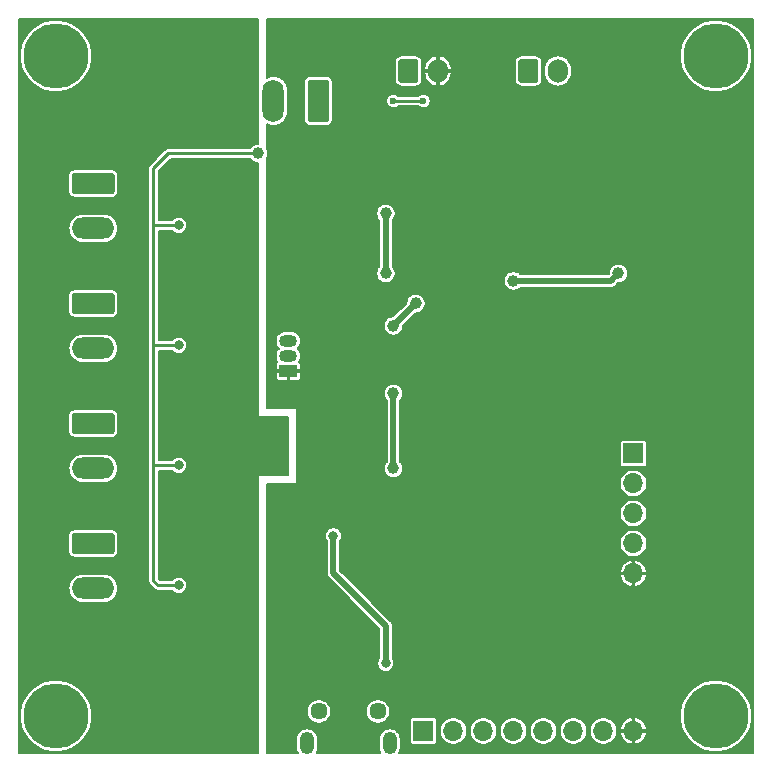
<source format=gbl>
G04 #@! TF.GenerationSoftware,KiCad,Pcbnew,(5.1.5)-3*
G04 #@! TF.CreationDate,2020-02-07T02:52:49+01:00*
G04 #@! TF.ProjectId,T962upgrade,54393632-7570-4677-9261-64652e6b6963,v0.1*
G04 #@! TF.SameCoordinates,Original*
G04 #@! TF.FileFunction,Copper,L2,Bot*
G04 #@! TF.FilePolarity,Positive*
%FSLAX46Y46*%
G04 Gerber Fmt 4.6, Leading zero omitted, Abs format (unit mm)*
G04 Created by KiCad (PCBNEW (5.1.5)-3) date 2020-02-07 02:52:49*
%MOMM*%
%LPD*%
G04 APERTURE LIST*
%ADD10C,5.500000*%
%ADD11C,0.100000*%
%ADD12O,3.600000X1.800000*%
%ADD13C,1.450000*%
%ADD14O,1.200000X1.900000*%
%ADD15R,1.700000X1.700000*%
%ADD16O,1.700000X1.700000*%
%ADD17O,1.700000X2.000000*%
%ADD18O,1.800000X3.600000*%
%ADD19O,1.500000X1.050000*%
%ADD20R,1.500000X1.050000*%
%ADD21C,0.600000*%
%ADD22C,0.800000*%
%ADD23C,1.000000*%
%ADD24C,0.508000*%
%ADD25C,0.254000*%
%ADD26C,0.128000*%
G04 APERTURE END LIST*
D10*
X123825000Y-123190000D03*
X123825000Y-67310000D03*
X67945000Y-123190000D03*
X67945000Y-67310000D03*
G04 #@! TA.AperFunction,ComponentPad*
D11*
G36*
X72694504Y-77206204D02*
G01*
X72718773Y-77209804D01*
X72742571Y-77215765D01*
X72765671Y-77224030D01*
X72787849Y-77234520D01*
X72808893Y-77247133D01*
X72828598Y-77261747D01*
X72846777Y-77278223D01*
X72863253Y-77296402D01*
X72877867Y-77316107D01*
X72890480Y-77337151D01*
X72900970Y-77359329D01*
X72909235Y-77382429D01*
X72915196Y-77406227D01*
X72918796Y-77430496D01*
X72920000Y-77455000D01*
X72920000Y-78755000D01*
X72918796Y-78779504D01*
X72915196Y-78803773D01*
X72909235Y-78827571D01*
X72900970Y-78850671D01*
X72890480Y-78872849D01*
X72877867Y-78893893D01*
X72863253Y-78913598D01*
X72846777Y-78931777D01*
X72828598Y-78948253D01*
X72808893Y-78962867D01*
X72787849Y-78975480D01*
X72765671Y-78985970D01*
X72742571Y-78994235D01*
X72718773Y-79000196D01*
X72694504Y-79003796D01*
X72670000Y-79005000D01*
X69570000Y-79005000D01*
X69545496Y-79003796D01*
X69521227Y-79000196D01*
X69497429Y-78994235D01*
X69474329Y-78985970D01*
X69452151Y-78975480D01*
X69431107Y-78962867D01*
X69411402Y-78948253D01*
X69393223Y-78931777D01*
X69376747Y-78913598D01*
X69362133Y-78893893D01*
X69349520Y-78872849D01*
X69339030Y-78850671D01*
X69330765Y-78827571D01*
X69324804Y-78803773D01*
X69321204Y-78779504D01*
X69320000Y-78755000D01*
X69320000Y-77455000D01*
X69321204Y-77430496D01*
X69324804Y-77406227D01*
X69330765Y-77382429D01*
X69339030Y-77359329D01*
X69349520Y-77337151D01*
X69362133Y-77316107D01*
X69376747Y-77296402D01*
X69393223Y-77278223D01*
X69411402Y-77261747D01*
X69431107Y-77247133D01*
X69452151Y-77234520D01*
X69474329Y-77224030D01*
X69497429Y-77215765D01*
X69521227Y-77209804D01*
X69545496Y-77206204D01*
X69570000Y-77205000D01*
X72670000Y-77205000D01*
X72694504Y-77206204D01*
G37*
G04 #@! TD.AperFunction*
D12*
X71120000Y-81915000D03*
D13*
X90210000Y-122809000D03*
X95210000Y-122809000D03*
D14*
X89210000Y-125509000D03*
X96210000Y-125509000D03*
D15*
X99060000Y-124460000D03*
D16*
X101600000Y-124460000D03*
X104140000Y-124460000D03*
X106680000Y-124460000D03*
X109220000Y-124460000D03*
X111760000Y-124460000D03*
X114300000Y-124460000D03*
X116840000Y-124460000D03*
G04 #@! TA.AperFunction,ComponentPad*
D11*
G36*
X72694504Y-87366204D02*
G01*
X72718773Y-87369804D01*
X72742571Y-87375765D01*
X72765671Y-87384030D01*
X72787849Y-87394520D01*
X72808893Y-87407133D01*
X72828598Y-87421747D01*
X72846777Y-87438223D01*
X72863253Y-87456402D01*
X72877867Y-87476107D01*
X72890480Y-87497151D01*
X72900970Y-87519329D01*
X72909235Y-87542429D01*
X72915196Y-87566227D01*
X72918796Y-87590496D01*
X72920000Y-87615000D01*
X72920000Y-88915000D01*
X72918796Y-88939504D01*
X72915196Y-88963773D01*
X72909235Y-88987571D01*
X72900970Y-89010671D01*
X72890480Y-89032849D01*
X72877867Y-89053893D01*
X72863253Y-89073598D01*
X72846777Y-89091777D01*
X72828598Y-89108253D01*
X72808893Y-89122867D01*
X72787849Y-89135480D01*
X72765671Y-89145970D01*
X72742571Y-89154235D01*
X72718773Y-89160196D01*
X72694504Y-89163796D01*
X72670000Y-89165000D01*
X69570000Y-89165000D01*
X69545496Y-89163796D01*
X69521227Y-89160196D01*
X69497429Y-89154235D01*
X69474329Y-89145970D01*
X69452151Y-89135480D01*
X69431107Y-89122867D01*
X69411402Y-89108253D01*
X69393223Y-89091777D01*
X69376747Y-89073598D01*
X69362133Y-89053893D01*
X69349520Y-89032849D01*
X69339030Y-89010671D01*
X69330765Y-88987571D01*
X69324804Y-88963773D01*
X69321204Y-88939504D01*
X69320000Y-88915000D01*
X69320000Y-87615000D01*
X69321204Y-87590496D01*
X69324804Y-87566227D01*
X69330765Y-87542429D01*
X69339030Y-87519329D01*
X69349520Y-87497151D01*
X69362133Y-87476107D01*
X69376747Y-87456402D01*
X69393223Y-87438223D01*
X69411402Y-87421747D01*
X69431107Y-87407133D01*
X69452151Y-87394520D01*
X69474329Y-87384030D01*
X69497429Y-87375765D01*
X69521227Y-87369804D01*
X69545496Y-87366204D01*
X69570000Y-87365000D01*
X72670000Y-87365000D01*
X72694504Y-87366204D01*
G37*
G04 #@! TD.AperFunction*
D12*
X71120000Y-92075000D03*
G04 #@! TA.AperFunction,ComponentPad*
D11*
G36*
X72694504Y-97526204D02*
G01*
X72718773Y-97529804D01*
X72742571Y-97535765D01*
X72765671Y-97544030D01*
X72787849Y-97554520D01*
X72808893Y-97567133D01*
X72828598Y-97581747D01*
X72846777Y-97598223D01*
X72863253Y-97616402D01*
X72877867Y-97636107D01*
X72890480Y-97657151D01*
X72900970Y-97679329D01*
X72909235Y-97702429D01*
X72915196Y-97726227D01*
X72918796Y-97750496D01*
X72920000Y-97775000D01*
X72920000Y-99075000D01*
X72918796Y-99099504D01*
X72915196Y-99123773D01*
X72909235Y-99147571D01*
X72900970Y-99170671D01*
X72890480Y-99192849D01*
X72877867Y-99213893D01*
X72863253Y-99233598D01*
X72846777Y-99251777D01*
X72828598Y-99268253D01*
X72808893Y-99282867D01*
X72787849Y-99295480D01*
X72765671Y-99305970D01*
X72742571Y-99314235D01*
X72718773Y-99320196D01*
X72694504Y-99323796D01*
X72670000Y-99325000D01*
X69570000Y-99325000D01*
X69545496Y-99323796D01*
X69521227Y-99320196D01*
X69497429Y-99314235D01*
X69474329Y-99305970D01*
X69452151Y-99295480D01*
X69431107Y-99282867D01*
X69411402Y-99268253D01*
X69393223Y-99251777D01*
X69376747Y-99233598D01*
X69362133Y-99213893D01*
X69349520Y-99192849D01*
X69339030Y-99170671D01*
X69330765Y-99147571D01*
X69324804Y-99123773D01*
X69321204Y-99099504D01*
X69320000Y-99075000D01*
X69320000Y-97775000D01*
X69321204Y-97750496D01*
X69324804Y-97726227D01*
X69330765Y-97702429D01*
X69339030Y-97679329D01*
X69349520Y-97657151D01*
X69362133Y-97636107D01*
X69376747Y-97616402D01*
X69393223Y-97598223D01*
X69411402Y-97581747D01*
X69431107Y-97567133D01*
X69452151Y-97554520D01*
X69474329Y-97544030D01*
X69497429Y-97535765D01*
X69521227Y-97529804D01*
X69545496Y-97526204D01*
X69570000Y-97525000D01*
X72670000Y-97525000D01*
X72694504Y-97526204D01*
G37*
G04 #@! TD.AperFunction*
D12*
X71120000Y-102235000D03*
X71120000Y-112395000D03*
G04 #@! TA.AperFunction,ComponentPad*
D11*
G36*
X72694504Y-107686204D02*
G01*
X72718773Y-107689804D01*
X72742571Y-107695765D01*
X72765671Y-107704030D01*
X72787849Y-107714520D01*
X72808893Y-107727133D01*
X72828598Y-107741747D01*
X72846777Y-107758223D01*
X72863253Y-107776402D01*
X72877867Y-107796107D01*
X72890480Y-107817151D01*
X72900970Y-107839329D01*
X72909235Y-107862429D01*
X72915196Y-107886227D01*
X72918796Y-107910496D01*
X72920000Y-107935000D01*
X72920000Y-109235000D01*
X72918796Y-109259504D01*
X72915196Y-109283773D01*
X72909235Y-109307571D01*
X72900970Y-109330671D01*
X72890480Y-109352849D01*
X72877867Y-109373893D01*
X72863253Y-109393598D01*
X72846777Y-109411777D01*
X72828598Y-109428253D01*
X72808893Y-109442867D01*
X72787849Y-109455480D01*
X72765671Y-109465970D01*
X72742571Y-109474235D01*
X72718773Y-109480196D01*
X72694504Y-109483796D01*
X72670000Y-109485000D01*
X69570000Y-109485000D01*
X69545496Y-109483796D01*
X69521227Y-109480196D01*
X69497429Y-109474235D01*
X69474329Y-109465970D01*
X69452151Y-109455480D01*
X69431107Y-109442867D01*
X69411402Y-109428253D01*
X69393223Y-109411777D01*
X69376747Y-109393598D01*
X69362133Y-109373893D01*
X69349520Y-109352849D01*
X69339030Y-109330671D01*
X69330765Y-109307571D01*
X69324804Y-109283773D01*
X69321204Y-109259504D01*
X69320000Y-109235000D01*
X69320000Y-107935000D01*
X69321204Y-107910496D01*
X69324804Y-107886227D01*
X69330765Y-107862429D01*
X69339030Y-107839329D01*
X69349520Y-107817151D01*
X69362133Y-107796107D01*
X69376747Y-107776402D01*
X69393223Y-107758223D01*
X69411402Y-107741747D01*
X69431107Y-107727133D01*
X69452151Y-107714520D01*
X69474329Y-107704030D01*
X69497429Y-107695765D01*
X69521227Y-107689804D01*
X69545496Y-107686204D01*
X69570000Y-107685000D01*
X72670000Y-107685000D01*
X72694504Y-107686204D01*
G37*
G04 #@! TD.AperFunction*
D17*
X100290000Y-68580000D03*
G04 #@! TA.AperFunction,ComponentPad*
D11*
G36*
X98414504Y-67581204D02*
G01*
X98438773Y-67584804D01*
X98462571Y-67590765D01*
X98485671Y-67599030D01*
X98507849Y-67609520D01*
X98528893Y-67622133D01*
X98548598Y-67636747D01*
X98566777Y-67653223D01*
X98583253Y-67671402D01*
X98597867Y-67691107D01*
X98610480Y-67712151D01*
X98620970Y-67734329D01*
X98629235Y-67757429D01*
X98635196Y-67781227D01*
X98638796Y-67805496D01*
X98640000Y-67830000D01*
X98640000Y-69330000D01*
X98638796Y-69354504D01*
X98635196Y-69378773D01*
X98629235Y-69402571D01*
X98620970Y-69425671D01*
X98610480Y-69447849D01*
X98597867Y-69468893D01*
X98583253Y-69488598D01*
X98566777Y-69506777D01*
X98548598Y-69523253D01*
X98528893Y-69537867D01*
X98507849Y-69550480D01*
X98485671Y-69560970D01*
X98462571Y-69569235D01*
X98438773Y-69575196D01*
X98414504Y-69578796D01*
X98390000Y-69580000D01*
X97190000Y-69580000D01*
X97165496Y-69578796D01*
X97141227Y-69575196D01*
X97117429Y-69569235D01*
X97094329Y-69560970D01*
X97072151Y-69550480D01*
X97051107Y-69537867D01*
X97031402Y-69523253D01*
X97013223Y-69506777D01*
X96996747Y-69488598D01*
X96982133Y-69468893D01*
X96969520Y-69447849D01*
X96959030Y-69425671D01*
X96950765Y-69402571D01*
X96944804Y-69378773D01*
X96941204Y-69354504D01*
X96940000Y-69330000D01*
X96940000Y-67830000D01*
X96941204Y-67805496D01*
X96944804Y-67781227D01*
X96950765Y-67757429D01*
X96959030Y-67734329D01*
X96969520Y-67712151D01*
X96982133Y-67691107D01*
X96996747Y-67671402D01*
X97013223Y-67653223D01*
X97031402Y-67636747D01*
X97051107Y-67622133D01*
X97072151Y-67609520D01*
X97094329Y-67599030D01*
X97117429Y-67590765D01*
X97141227Y-67584804D01*
X97165496Y-67581204D01*
X97190000Y-67580000D01*
X98390000Y-67580000D01*
X98414504Y-67581204D01*
G37*
G04 #@! TD.AperFunction*
G04 #@! TA.AperFunction,ComponentPad*
G36*
X108574504Y-67581204D02*
G01*
X108598773Y-67584804D01*
X108622571Y-67590765D01*
X108645671Y-67599030D01*
X108667849Y-67609520D01*
X108688893Y-67622133D01*
X108708598Y-67636747D01*
X108726777Y-67653223D01*
X108743253Y-67671402D01*
X108757867Y-67691107D01*
X108770480Y-67712151D01*
X108780970Y-67734329D01*
X108789235Y-67757429D01*
X108795196Y-67781227D01*
X108798796Y-67805496D01*
X108800000Y-67830000D01*
X108800000Y-69330000D01*
X108798796Y-69354504D01*
X108795196Y-69378773D01*
X108789235Y-69402571D01*
X108780970Y-69425671D01*
X108770480Y-69447849D01*
X108757867Y-69468893D01*
X108743253Y-69488598D01*
X108726777Y-69506777D01*
X108708598Y-69523253D01*
X108688893Y-69537867D01*
X108667849Y-69550480D01*
X108645671Y-69560970D01*
X108622571Y-69569235D01*
X108598773Y-69575196D01*
X108574504Y-69578796D01*
X108550000Y-69580000D01*
X107350000Y-69580000D01*
X107325496Y-69578796D01*
X107301227Y-69575196D01*
X107277429Y-69569235D01*
X107254329Y-69560970D01*
X107232151Y-69550480D01*
X107211107Y-69537867D01*
X107191402Y-69523253D01*
X107173223Y-69506777D01*
X107156747Y-69488598D01*
X107142133Y-69468893D01*
X107129520Y-69447849D01*
X107119030Y-69425671D01*
X107110765Y-69402571D01*
X107104804Y-69378773D01*
X107101204Y-69354504D01*
X107100000Y-69330000D01*
X107100000Y-67830000D01*
X107101204Y-67805496D01*
X107104804Y-67781227D01*
X107110765Y-67757429D01*
X107119030Y-67734329D01*
X107129520Y-67712151D01*
X107142133Y-67691107D01*
X107156747Y-67671402D01*
X107173223Y-67653223D01*
X107191402Y-67636747D01*
X107211107Y-67622133D01*
X107232151Y-67609520D01*
X107254329Y-67599030D01*
X107277429Y-67590765D01*
X107301227Y-67584804D01*
X107325496Y-67581204D01*
X107350000Y-67580000D01*
X108550000Y-67580000D01*
X108574504Y-67581204D01*
G37*
G04 #@! TD.AperFunction*
D17*
X110450000Y-68580000D03*
D18*
X86360000Y-71120000D03*
G04 #@! TA.AperFunction,ComponentPad*
D11*
G36*
X90844504Y-69321204D02*
G01*
X90868773Y-69324804D01*
X90892571Y-69330765D01*
X90915671Y-69339030D01*
X90937849Y-69349520D01*
X90958893Y-69362133D01*
X90978598Y-69376747D01*
X90996777Y-69393223D01*
X91013253Y-69411402D01*
X91027867Y-69431107D01*
X91040480Y-69452151D01*
X91050970Y-69474329D01*
X91059235Y-69497429D01*
X91065196Y-69521227D01*
X91068796Y-69545496D01*
X91070000Y-69570000D01*
X91070000Y-72670000D01*
X91068796Y-72694504D01*
X91065196Y-72718773D01*
X91059235Y-72742571D01*
X91050970Y-72765671D01*
X91040480Y-72787849D01*
X91027867Y-72808893D01*
X91013253Y-72828598D01*
X90996777Y-72846777D01*
X90978598Y-72863253D01*
X90958893Y-72877867D01*
X90937849Y-72890480D01*
X90915671Y-72900970D01*
X90892571Y-72909235D01*
X90868773Y-72915196D01*
X90844504Y-72918796D01*
X90820000Y-72920000D01*
X89520000Y-72920000D01*
X89495496Y-72918796D01*
X89471227Y-72915196D01*
X89447429Y-72909235D01*
X89424329Y-72900970D01*
X89402151Y-72890480D01*
X89381107Y-72877867D01*
X89361402Y-72863253D01*
X89343223Y-72846777D01*
X89326747Y-72828598D01*
X89312133Y-72808893D01*
X89299520Y-72787849D01*
X89289030Y-72765671D01*
X89280765Y-72742571D01*
X89274804Y-72718773D01*
X89271204Y-72694504D01*
X89270000Y-72670000D01*
X89270000Y-69570000D01*
X89271204Y-69545496D01*
X89274804Y-69521227D01*
X89280765Y-69497429D01*
X89289030Y-69474329D01*
X89299520Y-69452151D01*
X89312133Y-69431107D01*
X89326747Y-69411402D01*
X89343223Y-69393223D01*
X89361402Y-69376747D01*
X89381107Y-69362133D01*
X89402151Y-69349520D01*
X89424329Y-69339030D01*
X89447429Y-69330765D01*
X89471227Y-69324804D01*
X89495496Y-69321204D01*
X89520000Y-69320000D01*
X90820000Y-69320000D01*
X90844504Y-69321204D01*
G37*
G04 #@! TD.AperFunction*
D15*
X116840000Y-100965000D03*
D16*
X116840000Y-103505000D03*
X116840000Y-106045000D03*
X116840000Y-108585000D03*
X116840000Y-111125000D03*
D19*
X87630000Y-92710000D03*
X87630000Y-91440000D03*
D20*
X87630000Y-93980000D03*
D21*
X78105000Y-88265000D03*
X79375000Y-88265000D03*
X76835000Y-88265000D03*
X76835000Y-78105000D03*
X78105000Y-78105000D03*
X79375000Y-78105000D03*
X78105000Y-98425000D03*
X76835000Y-98425000D03*
X79375000Y-98425000D03*
X78105000Y-108585000D03*
X76835000Y-108585000D03*
X79375000Y-108585000D03*
X79375000Y-115697000D03*
X80010000Y-116205000D03*
X81280000Y-116205000D03*
X82550000Y-116205000D03*
X77470000Y-115697000D03*
X77470000Y-105537000D03*
X79375000Y-105537000D03*
X80010000Y-106045000D03*
X81280000Y-106045000D03*
X77470000Y-95377000D03*
X79375000Y-95377000D03*
X80010000Y-95885000D03*
X81280000Y-95885000D03*
X82550000Y-95885000D03*
X77470000Y-85217000D03*
X79375000Y-85217000D03*
X80010000Y-85725000D03*
X81280000Y-85725000D03*
X82550000Y-85725000D03*
X80645000Y-108585000D03*
X81915000Y-108585000D03*
X80645000Y-98425000D03*
X81915000Y-98425000D03*
X80645000Y-88265000D03*
X81915000Y-88265000D03*
X80645000Y-78105000D03*
X81915000Y-78105000D03*
X84455000Y-103505000D03*
X84455000Y-104775000D03*
X84455000Y-106045000D03*
X84455000Y-107315000D03*
X85725000Y-100330000D03*
X84455000Y-102235000D03*
X84455000Y-100965000D03*
X84455000Y-99695000D03*
X83820000Y-81915000D03*
X83820000Y-80645000D03*
X83820000Y-79375000D03*
X83820000Y-78105000D03*
X83820000Y-76835000D03*
X81915000Y-76835000D03*
X80645000Y-76835000D03*
X79375000Y-76835000D03*
X78105000Y-76835000D03*
X83820000Y-74295000D03*
X81915000Y-74295000D03*
X80645000Y-74295000D03*
X79375000Y-74295000D03*
X78105000Y-74295000D03*
X76835000Y-74295000D03*
X75565000Y-75565000D03*
X86995000Y-100330000D03*
X86360000Y-118110000D03*
X87630000Y-118110000D03*
X88900000Y-118110000D03*
X88900000Y-119380000D03*
X88900000Y-120650000D03*
X88900000Y-121920000D03*
X96520000Y-121920000D03*
X96520000Y-120650000D03*
X95250000Y-120650000D03*
X93980000Y-120650000D03*
X114300000Y-81280000D03*
X114300000Y-82550000D03*
X115570000Y-84455000D03*
X113030000Y-85090000D03*
X111125000Y-87630000D03*
X111125000Y-88900000D03*
X109855000Y-88900000D03*
X113030000Y-81280000D03*
X110490000Y-81280000D03*
X110490000Y-80010000D03*
X109220000Y-80010000D03*
X113030000Y-90170000D03*
X113030000Y-91440000D03*
X113030000Y-92710000D03*
X101600000Y-70485000D03*
X101600000Y-73025000D03*
X101600000Y-71755000D03*
X101600000Y-74295000D03*
X88900000Y-75565000D03*
X88900000Y-74295000D03*
X88900000Y-76835000D03*
X90170000Y-78105000D03*
X88900000Y-78105000D03*
X91440000Y-79375000D03*
X90170000Y-79375000D03*
X92075000Y-86995000D03*
X92075000Y-85725000D03*
X90805000Y-85090000D03*
X89535000Y-85090000D03*
X92075000Y-88265000D03*
X89535000Y-88900000D03*
X89535000Y-86995000D03*
X89535000Y-90170000D03*
X89535000Y-91440000D03*
X90805000Y-91440000D03*
X92075000Y-91440000D03*
X89535000Y-92710000D03*
X89535000Y-93980000D03*
X89535000Y-95250000D03*
X89535000Y-96520000D03*
X88265000Y-96520000D03*
X86995000Y-96520000D03*
X91440000Y-103505000D03*
X90170000Y-103505000D03*
X88900000Y-103505000D03*
X92710000Y-103505000D03*
X93980000Y-103505000D03*
X93980000Y-102235000D03*
X95250000Y-103505000D03*
X95250000Y-102235000D03*
X91440000Y-100330000D03*
X86360000Y-114935000D03*
X87630000Y-114935000D03*
X86360000Y-116840000D03*
X87630000Y-116840000D03*
X88900000Y-123190000D03*
X87630000Y-107950000D03*
X87630000Y-106680000D03*
X88900000Y-106680000D03*
X90170000Y-106680000D03*
X91440000Y-106680000D03*
X91440000Y-105410000D03*
X93345000Y-104775000D03*
X87630000Y-109220000D03*
X87630000Y-110490000D03*
X98425000Y-104140000D03*
X98425000Y-102870000D03*
X98425000Y-105410000D03*
X98425000Y-106680000D03*
X99695000Y-106680000D03*
X100965000Y-105410000D03*
X101600000Y-104140000D03*
X126365000Y-81915000D03*
X126365000Y-83185000D03*
X126365000Y-88265000D03*
X126365000Y-89535000D03*
X126365000Y-90805000D03*
X126365000Y-92075000D03*
X126365000Y-97155000D03*
X126365000Y-98425000D03*
X98425000Y-92710000D03*
X98425000Y-91440000D03*
X98425000Y-93980000D03*
X98425000Y-95250000D03*
X99695000Y-95250000D03*
X101600000Y-92710000D03*
X99695000Y-96520000D03*
X100965000Y-96520000D03*
X98425000Y-109220000D03*
X99695000Y-109220000D03*
X98425000Y-107950000D03*
X99695000Y-107950000D03*
X98425000Y-110490000D03*
X99695000Y-110490000D03*
X100965000Y-107950000D03*
X100965000Y-109220000D03*
X100965000Y-110490000D03*
X102235000Y-86360000D03*
X100965000Y-86360000D03*
X103505000Y-86360000D03*
X106680000Y-88265000D03*
X111760000Y-81280000D03*
X113030000Y-80010000D03*
X114935000Y-80010000D03*
X101600000Y-75565000D03*
X101600000Y-76835000D03*
X101600000Y-78105000D03*
X100330000Y-70485000D03*
X109220000Y-81280000D03*
X107950000Y-80010000D03*
X106680000Y-78740000D03*
X107950000Y-82550000D03*
X107950000Y-83820000D03*
X107950000Y-85090000D03*
X109220000Y-85090000D03*
X107950000Y-77470000D03*
X101600000Y-69215000D03*
X101600000Y-67945000D03*
X101600000Y-66675000D03*
X100330000Y-66675000D03*
D22*
X95885000Y-118745000D03*
X91440000Y-107950000D03*
D23*
X98425000Y-88265000D03*
X96520000Y-90170000D03*
X96520000Y-95885000D03*
X96520000Y-102235000D03*
X106680000Y-86360000D03*
X115570000Y-85725000D03*
X95885000Y-80645000D03*
X95885000Y-85725000D03*
D21*
X96520000Y-71120000D03*
X99060000Y-71120000D03*
D22*
X78359000Y-81661000D03*
X78359000Y-91821000D03*
X78359000Y-101981000D03*
X78359000Y-112141000D03*
D23*
X85090000Y-75565000D03*
D24*
X95885000Y-118745000D02*
X95885000Y-118110000D01*
X95885000Y-118110000D02*
X95885000Y-115570000D01*
X95885000Y-115570000D02*
X91440000Y-111125000D01*
X91440000Y-111125000D02*
X91440000Y-107950000D01*
X96520000Y-90170000D02*
X98425000Y-88265000D01*
X96520000Y-102235000D02*
X96520000Y-95885000D01*
X106680000Y-86360000D02*
X114935000Y-86360000D01*
X114935000Y-86360000D02*
X115570000Y-85725000D01*
X95885000Y-80645000D02*
X95885000Y-85725000D01*
D25*
X96520000Y-71120000D02*
X99060000Y-71120000D01*
X78359000Y-112141000D02*
X76581000Y-112141000D01*
X76581000Y-112141000D02*
X76200000Y-111760000D01*
X76200000Y-111760000D02*
X76200000Y-101600000D01*
X76200000Y-101600000D02*
X76200000Y-91440000D01*
X76200000Y-101981000D02*
X76200000Y-101600000D01*
X78359000Y-101981000D02*
X76200000Y-101981000D01*
X76200000Y-91821000D02*
X76200000Y-91440000D01*
X78359000Y-91821000D02*
X76200000Y-91821000D01*
X76200000Y-91440000D02*
X76200000Y-82550000D01*
X76200000Y-82550000D02*
X76200000Y-76835000D01*
X76200000Y-76835000D02*
X77470000Y-75565000D01*
X77470000Y-75565000D02*
X85090000Y-75565000D01*
X76200000Y-81661000D02*
X78359000Y-81661000D01*
X76200000Y-81915000D02*
X76200000Y-81661000D01*
D26*
G36*
X85026000Y-74747000D02*
G01*
X85009434Y-74747000D01*
X84851398Y-74778435D01*
X84702532Y-74840098D01*
X84568555Y-74929618D01*
X84454618Y-75043555D01*
X84403539Y-75120000D01*
X77491848Y-75120000D01*
X77469999Y-75117848D01*
X77448150Y-75120000D01*
X77448140Y-75120000D01*
X77382765Y-75126439D01*
X77298882Y-75151884D01*
X77221575Y-75193206D01*
X77153815Y-75248815D01*
X77139879Y-75265796D01*
X75900796Y-76504880D01*
X75883816Y-76518815D01*
X75828207Y-76586575D01*
X75786885Y-76663882D01*
X75761439Y-76747765D01*
X75752847Y-76835000D01*
X75755001Y-76856870D01*
X75755000Y-81639139D01*
X75752847Y-81661000D01*
X75755000Y-81682861D01*
X75755000Y-82571859D01*
X75755001Y-82571869D01*
X75755000Y-91418140D01*
X75755000Y-91799140D01*
X75752847Y-91821000D01*
X75755001Y-91842869D01*
X75755000Y-101578140D01*
X75755000Y-101959140D01*
X75752847Y-101981000D01*
X75755001Y-102002869D01*
X75755000Y-111738140D01*
X75752847Y-111760000D01*
X75755000Y-111781859D01*
X75761439Y-111847234D01*
X75786884Y-111931117D01*
X75828206Y-112008424D01*
X75883815Y-112076185D01*
X75900801Y-112090125D01*
X76250879Y-112440204D01*
X76264815Y-112457185D01*
X76332575Y-112512794D01*
X76409882Y-112554116D01*
X76493765Y-112579561D01*
X76559140Y-112586000D01*
X76559150Y-112586000D01*
X76580999Y-112588152D01*
X76602848Y-112586000D01*
X77792809Y-112586000D01*
X77801293Y-112598698D01*
X77901302Y-112698707D01*
X78018900Y-112777283D01*
X78149567Y-112831408D01*
X78288283Y-112859000D01*
X78429717Y-112859000D01*
X78568433Y-112831408D01*
X78699100Y-112777283D01*
X78816698Y-112698707D01*
X78916707Y-112598698D01*
X78995283Y-112481100D01*
X79049408Y-112350433D01*
X79077000Y-112211717D01*
X79077000Y-112070283D01*
X79049408Y-111931567D01*
X78995283Y-111800900D01*
X78916707Y-111683302D01*
X78816698Y-111583293D01*
X78699100Y-111504717D01*
X78568433Y-111450592D01*
X78429717Y-111423000D01*
X78288283Y-111423000D01*
X78149567Y-111450592D01*
X78018900Y-111504717D01*
X77901302Y-111583293D01*
X77801293Y-111683302D01*
X77792809Y-111696000D01*
X76765325Y-111696000D01*
X76645000Y-111575676D01*
X76645000Y-102426000D01*
X77792809Y-102426000D01*
X77801293Y-102438698D01*
X77901302Y-102538707D01*
X78018900Y-102617283D01*
X78149567Y-102671408D01*
X78288283Y-102699000D01*
X78429717Y-102699000D01*
X78568433Y-102671408D01*
X78699100Y-102617283D01*
X78816698Y-102538707D01*
X78916707Y-102438698D01*
X78995283Y-102321100D01*
X79049408Y-102190433D01*
X79077000Y-102051717D01*
X79077000Y-101910283D01*
X79049408Y-101771567D01*
X78995283Y-101640900D01*
X78916707Y-101523302D01*
X78816698Y-101423293D01*
X78699100Y-101344717D01*
X78568433Y-101290592D01*
X78429717Y-101263000D01*
X78288283Y-101263000D01*
X78149567Y-101290592D01*
X78018900Y-101344717D01*
X77901302Y-101423293D01*
X77801293Y-101523302D01*
X77792809Y-101536000D01*
X76645000Y-101536000D01*
X76645000Y-92266000D01*
X77792809Y-92266000D01*
X77801293Y-92278698D01*
X77901302Y-92378707D01*
X78018900Y-92457283D01*
X78149567Y-92511408D01*
X78288283Y-92539000D01*
X78429717Y-92539000D01*
X78568433Y-92511408D01*
X78699100Y-92457283D01*
X78816698Y-92378707D01*
X78916707Y-92278698D01*
X78995283Y-92161100D01*
X79049408Y-92030433D01*
X79077000Y-91891717D01*
X79077000Y-91750283D01*
X79049408Y-91611567D01*
X78995283Y-91480900D01*
X78916707Y-91363302D01*
X78816698Y-91263293D01*
X78699100Y-91184717D01*
X78568433Y-91130592D01*
X78429717Y-91103000D01*
X78288283Y-91103000D01*
X78149567Y-91130592D01*
X78018900Y-91184717D01*
X77901302Y-91263293D01*
X77801293Y-91363302D01*
X77792809Y-91376000D01*
X76645000Y-91376000D01*
X76645000Y-82106000D01*
X77792809Y-82106000D01*
X77801293Y-82118698D01*
X77901302Y-82218707D01*
X78018900Y-82297283D01*
X78149567Y-82351408D01*
X78288283Y-82379000D01*
X78429717Y-82379000D01*
X78568433Y-82351408D01*
X78699100Y-82297283D01*
X78816698Y-82218707D01*
X78916707Y-82118698D01*
X78995283Y-82001100D01*
X79049408Y-81870433D01*
X79077000Y-81731717D01*
X79077000Y-81590283D01*
X79049408Y-81451567D01*
X78995283Y-81320900D01*
X78916707Y-81203302D01*
X78816698Y-81103293D01*
X78699100Y-81024717D01*
X78568433Y-80970592D01*
X78429717Y-80943000D01*
X78288283Y-80943000D01*
X78149567Y-80970592D01*
X78018900Y-81024717D01*
X77901302Y-81103293D01*
X77801293Y-81203302D01*
X77792809Y-81216000D01*
X76645000Y-81216000D01*
X76645000Y-77019324D01*
X77654325Y-76010000D01*
X84403539Y-76010000D01*
X84454618Y-76086445D01*
X84568555Y-76200382D01*
X84702532Y-76289902D01*
X84851398Y-76351565D01*
X85009434Y-76383000D01*
X85026000Y-76383000D01*
X85026000Y-97790000D01*
X85027230Y-97802486D01*
X85030872Y-97814492D01*
X85036786Y-97825556D01*
X85044745Y-97835255D01*
X85054444Y-97843214D01*
X85065508Y-97849128D01*
X85077514Y-97852770D01*
X85090000Y-97854000D01*
X87566000Y-97854000D01*
X87566000Y-102806000D01*
X85090000Y-102806000D01*
X85077514Y-102807230D01*
X85065508Y-102810872D01*
X85054444Y-102816786D01*
X85044745Y-102824745D01*
X85036786Y-102834444D01*
X85030872Y-102845508D01*
X85027230Y-102857514D01*
X85026000Y-102870000D01*
X85026000Y-126301000D01*
X64834000Y-126301000D01*
X64834000Y-122887828D01*
X64877000Y-122887828D01*
X64877000Y-123492172D01*
X64994901Y-124084903D01*
X65226173Y-124643243D01*
X65561929Y-125145736D01*
X65989264Y-125573071D01*
X66491757Y-125908827D01*
X67050097Y-126140099D01*
X67642828Y-126258000D01*
X68247172Y-126258000D01*
X68839903Y-126140099D01*
X69398243Y-125908827D01*
X69900736Y-125573071D01*
X70328071Y-125145736D01*
X70663827Y-124643243D01*
X70895099Y-124084903D01*
X71013000Y-123492172D01*
X71013000Y-122887828D01*
X70895099Y-122295097D01*
X70663827Y-121736757D01*
X70328071Y-121234264D01*
X69900736Y-120806929D01*
X69398243Y-120471173D01*
X68839903Y-120239901D01*
X68247172Y-120122000D01*
X67642828Y-120122000D01*
X67050097Y-120239901D01*
X66491757Y-120471173D01*
X65989264Y-120806929D01*
X65561929Y-121234264D01*
X65226173Y-121736757D01*
X64994901Y-122295097D01*
X64877000Y-122887828D01*
X64834000Y-122887828D01*
X64834000Y-112395000D01*
X68996107Y-112395000D01*
X69019624Y-112633770D01*
X69089270Y-112863364D01*
X69202370Y-113074959D01*
X69354577Y-113260423D01*
X69540041Y-113412630D01*
X69751636Y-113525730D01*
X69981230Y-113595376D01*
X70160168Y-113613000D01*
X72079832Y-113613000D01*
X72258770Y-113595376D01*
X72488364Y-113525730D01*
X72699959Y-113412630D01*
X72885423Y-113260423D01*
X73037630Y-113074959D01*
X73150730Y-112863364D01*
X73220376Y-112633770D01*
X73243893Y-112395000D01*
X73220376Y-112156230D01*
X73150730Y-111926636D01*
X73037630Y-111715041D01*
X72885423Y-111529577D01*
X72699959Y-111377370D01*
X72488364Y-111264270D01*
X72258770Y-111194624D01*
X72079832Y-111177000D01*
X70160168Y-111177000D01*
X69981230Y-111194624D01*
X69751636Y-111264270D01*
X69540041Y-111377370D01*
X69354577Y-111529577D01*
X69202370Y-111715041D01*
X69089270Y-111926636D01*
X69019624Y-112156230D01*
X68996107Y-112395000D01*
X64834000Y-112395000D01*
X64834000Y-107935000D01*
X69000462Y-107935000D01*
X69000462Y-109235000D01*
X69011406Y-109346111D01*
X69043815Y-109452953D01*
X69096446Y-109551418D01*
X69167276Y-109637724D01*
X69253582Y-109708554D01*
X69352047Y-109761185D01*
X69458889Y-109793594D01*
X69570000Y-109804538D01*
X72670000Y-109804538D01*
X72781111Y-109793594D01*
X72887953Y-109761185D01*
X72986418Y-109708554D01*
X73072724Y-109637724D01*
X73143554Y-109551418D01*
X73196185Y-109452953D01*
X73228594Y-109346111D01*
X73239538Y-109235000D01*
X73239538Y-107935000D01*
X73228594Y-107823889D01*
X73196185Y-107717047D01*
X73143554Y-107618582D01*
X73072724Y-107532276D01*
X72986418Y-107461446D01*
X72887953Y-107408815D01*
X72781111Y-107376406D01*
X72670000Y-107365462D01*
X69570000Y-107365462D01*
X69458889Y-107376406D01*
X69352047Y-107408815D01*
X69253582Y-107461446D01*
X69167276Y-107532276D01*
X69096446Y-107618582D01*
X69043815Y-107717047D01*
X69011406Y-107823889D01*
X69000462Y-107935000D01*
X64834000Y-107935000D01*
X64834000Y-102235000D01*
X68996107Y-102235000D01*
X69019624Y-102473770D01*
X69089270Y-102703364D01*
X69202370Y-102914959D01*
X69354577Y-103100423D01*
X69540041Y-103252630D01*
X69751636Y-103365730D01*
X69981230Y-103435376D01*
X70160168Y-103453000D01*
X72079832Y-103453000D01*
X72258770Y-103435376D01*
X72488364Y-103365730D01*
X72699959Y-103252630D01*
X72885423Y-103100423D01*
X73037630Y-102914959D01*
X73150730Y-102703364D01*
X73220376Y-102473770D01*
X73243893Y-102235000D01*
X73220376Y-101996230D01*
X73150730Y-101766636D01*
X73037630Y-101555041D01*
X72885423Y-101369577D01*
X72699959Y-101217370D01*
X72488364Y-101104270D01*
X72258770Y-101034624D01*
X72079832Y-101017000D01*
X70160168Y-101017000D01*
X69981230Y-101034624D01*
X69751636Y-101104270D01*
X69540041Y-101217370D01*
X69354577Y-101369577D01*
X69202370Y-101555041D01*
X69089270Y-101766636D01*
X69019624Y-101996230D01*
X68996107Y-102235000D01*
X64834000Y-102235000D01*
X64834000Y-97775000D01*
X69000462Y-97775000D01*
X69000462Y-99075000D01*
X69011406Y-99186111D01*
X69043815Y-99292953D01*
X69096446Y-99391418D01*
X69167276Y-99477724D01*
X69253582Y-99548554D01*
X69352047Y-99601185D01*
X69458889Y-99633594D01*
X69570000Y-99644538D01*
X72670000Y-99644538D01*
X72781111Y-99633594D01*
X72887953Y-99601185D01*
X72986418Y-99548554D01*
X73072724Y-99477724D01*
X73143554Y-99391418D01*
X73196185Y-99292953D01*
X73228594Y-99186111D01*
X73239538Y-99075000D01*
X73239538Y-97775000D01*
X73228594Y-97663889D01*
X73196185Y-97557047D01*
X73143554Y-97458582D01*
X73072724Y-97372276D01*
X72986418Y-97301446D01*
X72887953Y-97248815D01*
X72781111Y-97216406D01*
X72670000Y-97205462D01*
X69570000Y-97205462D01*
X69458889Y-97216406D01*
X69352047Y-97248815D01*
X69253582Y-97301446D01*
X69167276Y-97372276D01*
X69096446Y-97458582D01*
X69043815Y-97557047D01*
X69011406Y-97663889D01*
X69000462Y-97775000D01*
X64834000Y-97775000D01*
X64834000Y-92075000D01*
X68996107Y-92075000D01*
X69019624Y-92313770D01*
X69089270Y-92543364D01*
X69202370Y-92754959D01*
X69354577Y-92940423D01*
X69540041Y-93092630D01*
X69751636Y-93205730D01*
X69981230Y-93275376D01*
X70160168Y-93293000D01*
X72079832Y-93293000D01*
X72258770Y-93275376D01*
X72488364Y-93205730D01*
X72699959Y-93092630D01*
X72885423Y-92940423D01*
X73037630Y-92754959D01*
X73150730Y-92543364D01*
X73220376Y-92313770D01*
X73243893Y-92075000D01*
X73220376Y-91836230D01*
X73150730Y-91606636D01*
X73037630Y-91395041D01*
X72885423Y-91209577D01*
X72699959Y-91057370D01*
X72488364Y-90944270D01*
X72258770Y-90874624D01*
X72079832Y-90857000D01*
X70160168Y-90857000D01*
X69981230Y-90874624D01*
X69751636Y-90944270D01*
X69540041Y-91057370D01*
X69354577Y-91209577D01*
X69202370Y-91395041D01*
X69089270Y-91606636D01*
X69019624Y-91836230D01*
X68996107Y-92075000D01*
X64834000Y-92075000D01*
X64834000Y-87615000D01*
X69000462Y-87615000D01*
X69000462Y-88915000D01*
X69011406Y-89026111D01*
X69043815Y-89132953D01*
X69096446Y-89231418D01*
X69167276Y-89317724D01*
X69253582Y-89388554D01*
X69352047Y-89441185D01*
X69458889Y-89473594D01*
X69570000Y-89484538D01*
X72670000Y-89484538D01*
X72781111Y-89473594D01*
X72887953Y-89441185D01*
X72986418Y-89388554D01*
X73072724Y-89317724D01*
X73143554Y-89231418D01*
X73196185Y-89132953D01*
X73228594Y-89026111D01*
X73239538Y-88915000D01*
X73239538Y-87615000D01*
X73228594Y-87503889D01*
X73196185Y-87397047D01*
X73143554Y-87298582D01*
X73072724Y-87212276D01*
X72986418Y-87141446D01*
X72887953Y-87088815D01*
X72781111Y-87056406D01*
X72670000Y-87045462D01*
X69570000Y-87045462D01*
X69458889Y-87056406D01*
X69352047Y-87088815D01*
X69253582Y-87141446D01*
X69167276Y-87212276D01*
X69096446Y-87298582D01*
X69043815Y-87397047D01*
X69011406Y-87503889D01*
X69000462Y-87615000D01*
X64834000Y-87615000D01*
X64834000Y-81915000D01*
X68996107Y-81915000D01*
X69019624Y-82153770D01*
X69089270Y-82383364D01*
X69202370Y-82594959D01*
X69354577Y-82780423D01*
X69540041Y-82932630D01*
X69751636Y-83045730D01*
X69981230Y-83115376D01*
X70160168Y-83133000D01*
X72079832Y-83133000D01*
X72258770Y-83115376D01*
X72488364Y-83045730D01*
X72699959Y-82932630D01*
X72885423Y-82780423D01*
X73037630Y-82594959D01*
X73150730Y-82383364D01*
X73220376Y-82153770D01*
X73243893Y-81915000D01*
X73220376Y-81676230D01*
X73150730Y-81446636D01*
X73037630Y-81235041D01*
X72885423Y-81049577D01*
X72699959Y-80897370D01*
X72488364Y-80784270D01*
X72258770Y-80714624D01*
X72079832Y-80697000D01*
X70160168Y-80697000D01*
X69981230Y-80714624D01*
X69751636Y-80784270D01*
X69540041Y-80897370D01*
X69354577Y-81049577D01*
X69202370Y-81235041D01*
X69089270Y-81446636D01*
X69019624Y-81676230D01*
X68996107Y-81915000D01*
X64834000Y-81915000D01*
X64834000Y-77455000D01*
X69000462Y-77455000D01*
X69000462Y-78755000D01*
X69011406Y-78866111D01*
X69043815Y-78972953D01*
X69096446Y-79071418D01*
X69167276Y-79157724D01*
X69253582Y-79228554D01*
X69352047Y-79281185D01*
X69458889Y-79313594D01*
X69570000Y-79324538D01*
X72670000Y-79324538D01*
X72781111Y-79313594D01*
X72887953Y-79281185D01*
X72986418Y-79228554D01*
X73072724Y-79157724D01*
X73143554Y-79071418D01*
X73196185Y-78972953D01*
X73228594Y-78866111D01*
X73239538Y-78755000D01*
X73239538Y-77455000D01*
X73228594Y-77343889D01*
X73196185Y-77237047D01*
X73143554Y-77138582D01*
X73072724Y-77052276D01*
X72986418Y-76981446D01*
X72887953Y-76928815D01*
X72781111Y-76896406D01*
X72670000Y-76885462D01*
X69570000Y-76885462D01*
X69458889Y-76896406D01*
X69352047Y-76928815D01*
X69253582Y-76981446D01*
X69167276Y-77052276D01*
X69096446Y-77138582D01*
X69043815Y-77237047D01*
X69011406Y-77343889D01*
X69000462Y-77455000D01*
X64834000Y-77455000D01*
X64834000Y-67007828D01*
X64877000Y-67007828D01*
X64877000Y-67612172D01*
X64994901Y-68204903D01*
X65226173Y-68763243D01*
X65561929Y-69265736D01*
X65989264Y-69693071D01*
X66491757Y-70028827D01*
X67050097Y-70260099D01*
X67642828Y-70378000D01*
X68247172Y-70378000D01*
X68839903Y-70260099D01*
X69398243Y-70028827D01*
X69900736Y-69693071D01*
X70328071Y-69265736D01*
X70663827Y-68763243D01*
X70895099Y-68204903D01*
X71013000Y-67612172D01*
X71013000Y-67007828D01*
X70895099Y-66415097D01*
X70663827Y-65856757D01*
X70328071Y-65354264D01*
X69900736Y-64926929D01*
X69398243Y-64591173D01*
X68839903Y-64359901D01*
X68247172Y-64242000D01*
X67642828Y-64242000D01*
X67050097Y-64359901D01*
X66491757Y-64591173D01*
X65989264Y-64926929D01*
X65561929Y-65354264D01*
X65226173Y-65856757D01*
X64994901Y-66415097D01*
X64877000Y-67007828D01*
X64834000Y-67007828D01*
X64834000Y-64199000D01*
X85026000Y-64199000D01*
X85026000Y-74747000D01*
G37*
X85026000Y-74747000D02*
X85009434Y-74747000D01*
X84851398Y-74778435D01*
X84702532Y-74840098D01*
X84568555Y-74929618D01*
X84454618Y-75043555D01*
X84403539Y-75120000D01*
X77491848Y-75120000D01*
X77469999Y-75117848D01*
X77448150Y-75120000D01*
X77448140Y-75120000D01*
X77382765Y-75126439D01*
X77298882Y-75151884D01*
X77221575Y-75193206D01*
X77153815Y-75248815D01*
X77139879Y-75265796D01*
X75900796Y-76504880D01*
X75883816Y-76518815D01*
X75828207Y-76586575D01*
X75786885Y-76663882D01*
X75761439Y-76747765D01*
X75752847Y-76835000D01*
X75755001Y-76856870D01*
X75755000Y-81639139D01*
X75752847Y-81661000D01*
X75755000Y-81682861D01*
X75755000Y-82571859D01*
X75755001Y-82571869D01*
X75755000Y-91418140D01*
X75755000Y-91799140D01*
X75752847Y-91821000D01*
X75755001Y-91842869D01*
X75755000Y-101578140D01*
X75755000Y-101959140D01*
X75752847Y-101981000D01*
X75755001Y-102002869D01*
X75755000Y-111738140D01*
X75752847Y-111760000D01*
X75755000Y-111781859D01*
X75761439Y-111847234D01*
X75786884Y-111931117D01*
X75828206Y-112008424D01*
X75883815Y-112076185D01*
X75900801Y-112090125D01*
X76250879Y-112440204D01*
X76264815Y-112457185D01*
X76332575Y-112512794D01*
X76409882Y-112554116D01*
X76493765Y-112579561D01*
X76559140Y-112586000D01*
X76559150Y-112586000D01*
X76580999Y-112588152D01*
X76602848Y-112586000D01*
X77792809Y-112586000D01*
X77801293Y-112598698D01*
X77901302Y-112698707D01*
X78018900Y-112777283D01*
X78149567Y-112831408D01*
X78288283Y-112859000D01*
X78429717Y-112859000D01*
X78568433Y-112831408D01*
X78699100Y-112777283D01*
X78816698Y-112698707D01*
X78916707Y-112598698D01*
X78995283Y-112481100D01*
X79049408Y-112350433D01*
X79077000Y-112211717D01*
X79077000Y-112070283D01*
X79049408Y-111931567D01*
X78995283Y-111800900D01*
X78916707Y-111683302D01*
X78816698Y-111583293D01*
X78699100Y-111504717D01*
X78568433Y-111450592D01*
X78429717Y-111423000D01*
X78288283Y-111423000D01*
X78149567Y-111450592D01*
X78018900Y-111504717D01*
X77901302Y-111583293D01*
X77801293Y-111683302D01*
X77792809Y-111696000D01*
X76765325Y-111696000D01*
X76645000Y-111575676D01*
X76645000Y-102426000D01*
X77792809Y-102426000D01*
X77801293Y-102438698D01*
X77901302Y-102538707D01*
X78018900Y-102617283D01*
X78149567Y-102671408D01*
X78288283Y-102699000D01*
X78429717Y-102699000D01*
X78568433Y-102671408D01*
X78699100Y-102617283D01*
X78816698Y-102538707D01*
X78916707Y-102438698D01*
X78995283Y-102321100D01*
X79049408Y-102190433D01*
X79077000Y-102051717D01*
X79077000Y-101910283D01*
X79049408Y-101771567D01*
X78995283Y-101640900D01*
X78916707Y-101523302D01*
X78816698Y-101423293D01*
X78699100Y-101344717D01*
X78568433Y-101290592D01*
X78429717Y-101263000D01*
X78288283Y-101263000D01*
X78149567Y-101290592D01*
X78018900Y-101344717D01*
X77901302Y-101423293D01*
X77801293Y-101523302D01*
X77792809Y-101536000D01*
X76645000Y-101536000D01*
X76645000Y-92266000D01*
X77792809Y-92266000D01*
X77801293Y-92278698D01*
X77901302Y-92378707D01*
X78018900Y-92457283D01*
X78149567Y-92511408D01*
X78288283Y-92539000D01*
X78429717Y-92539000D01*
X78568433Y-92511408D01*
X78699100Y-92457283D01*
X78816698Y-92378707D01*
X78916707Y-92278698D01*
X78995283Y-92161100D01*
X79049408Y-92030433D01*
X79077000Y-91891717D01*
X79077000Y-91750283D01*
X79049408Y-91611567D01*
X78995283Y-91480900D01*
X78916707Y-91363302D01*
X78816698Y-91263293D01*
X78699100Y-91184717D01*
X78568433Y-91130592D01*
X78429717Y-91103000D01*
X78288283Y-91103000D01*
X78149567Y-91130592D01*
X78018900Y-91184717D01*
X77901302Y-91263293D01*
X77801293Y-91363302D01*
X77792809Y-91376000D01*
X76645000Y-91376000D01*
X76645000Y-82106000D01*
X77792809Y-82106000D01*
X77801293Y-82118698D01*
X77901302Y-82218707D01*
X78018900Y-82297283D01*
X78149567Y-82351408D01*
X78288283Y-82379000D01*
X78429717Y-82379000D01*
X78568433Y-82351408D01*
X78699100Y-82297283D01*
X78816698Y-82218707D01*
X78916707Y-82118698D01*
X78995283Y-82001100D01*
X79049408Y-81870433D01*
X79077000Y-81731717D01*
X79077000Y-81590283D01*
X79049408Y-81451567D01*
X78995283Y-81320900D01*
X78916707Y-81203302D01*
X78816698Y-81103293D01*
X78699100Y-81024717D01*
X78568433Y-80970592D01*
X78429717Y-80943000D01*
X78288283Y-80943000D01*
X78149567Y-80970592D01*
X78018900Y-81024717D01*
X77901302Y-81103293D01*
X77801293Y-81203302D01*
X77792809Y-81216000D01*
X76645000Y-81216000D01*
X76645000Y-77019324D01*
X77654325Y-76010000D01*
X84403539Y-76010000D01*
X84454618Y-76086445D01*
X84568555Y-76200382D01*
X84702532Y-76289902D01*
X84851398Y-76351565D01*
X85009434Y-76383000D01*
X85026000Y-76383000D01*
X85026000Y-97790000D01*
X85027230Y-97802486D01*
X85030872Y-97814492D01*
X85036786Y-97825556D01*
X85044745Y-97835255D01*
X85054444Y-97843214D01*
X85065508Y-97849128D01*
X85077514Y-97852770D01*
X85090000Y-97854000D01*
X87566000Y-97854000D01*
X87566000Y-102806000D01*
X85090000Y-102806000D01*
X85077514Y-102807230D01*
X85065508Y-102810872D01*
X85054444Y-102816786D01*
X85044745Y-102824745D01*
X85036786Y-102834444D01*
X85030872Y-102845508D01*
X85027230Y-102857514D01*
X85026000Y-102870000D01*
X85026000Y-126301000D01*
X64834000Y-126301000D01*
X64834000Y-122887828D01*
X64877000Y-122887828D01*
X64877000Y-123492172D01*
X64994901Y-124084903D01*
X65226173Y-124643243D01*
X65561929Y-125145736D01*
X65989264Y-125573071D01*
X66491757Y-125908827D01*
X67050097Y-126140099D01*
X67642828Y-126258000D01*
X68247172Y-126258000D01*
X68839903Y-126140099D01*
X69398243Y-125908827D01*
X69900736Y-125573071D01*
X70328071Y-125145736D01*
X70663827Y-124643243D01*
X70895099Y-124084903D01*
X71013000Y-123492172D01*
X71013000Y-122887828D01*
X70895099Y-122295097D01*
X70663827Y-121736757D01*
X70328071Y-121234264D01*
X69900736Y-120806929D01*
X69398243Y-120471173D01*
X68839903Y-120239901D01*
X68247172Y-120122000D01*
X67642828Y-120122000D01*
X67050097Y-120239901D01*
X66491757Y-120471173D01*
X65989264Y-120806929D01*
X65561929Y-121234264D01*
X65226173Y-121736757D01*
X64994901Y-122295097D01*
X64877000Y-122887828D01*
X64834000Y-122887828D01*
X64834000Y-112395000D01*
X68996107Y-112395000D01*
X69019624Y-112633770D01*
X69089270Y-112863364D01*
X69202370Y-113074959D01*
X69354577Y-113260423D01*
X69540041Y-113412630D01*
X69751636Y-113525730D01*
X69981230Y-113595376D01*
X70160168Y-113613000D01*
X72079832Y-113613000D01*
X72258770Y-113595376D01*
X72488364Y-113525730D01*
X72699959Y-113412630D01*
X72885423Y-113260423D01*
X73037630Y-113074959D01*
X73150730Y-112863364D01*
X73220376Y-112633770D01*
X73243893Y-112395000D01*
X73220376Y-112156230D01*
X73150730Y-111926636D01*
X73037630Y-111715041D01*
X72885423Y-111529577D01*
X72699959Y-111377370D01*
X72488364Y-111264270D01*
X72258770Y-111194624D01*
X72079832Y-111177000D01*
X70160168Y-111177000D01*
X69981230Y-111194624D01*
X69751636Y-111264270D01*
X69540041Y-111377370D01*
X69354577Y-111529577D01*
X69202370Y-111715041D01*
X69089270Y-111926636D01*
X69019624Y-112156230D01*
X68996107Y-112395000D01*
X64834000Y-112395000D01*
X64834000Y-107935000D01*
X69000462Y-107935000D01*
X69000462Y-109235000D01*
X69011406Y-109346111D01*
X69043815Y-109452953D01*
X69096446Y-109551418D01*
X69167276Y-109637724D01*
X69253582Y-109708554D01*
X69352047Y-109761185D01*
X69458889Y-109793594D01*
X69570000Y-109804538D01*
X72670000Y-109804538D01*
X72781111Y-109793594D01*
X72887953Y-109761185D01*
X72986418Y-109708554D01*
X73072724Y-109637724D01*
X73143554Y-109551418D01*
X73196185Y-109452953D01*
X73228594Y-109346111D01*
X73239538Y-109235000D01*
X73239538Y-107935000D01*
X73228594Y-107823889D01*
X73196185Y-107717047D01*
X73143554Y-107618582D01*
X73072724Y-107532276D01*
X72986418Y-107461446D01*
X72887953Y-107408815D01*
X72781111Y-107376406D01*
X72670000Y-107365462D01*
X69570000Y-107365462D01*
X69458889Y-107376406D01*
X69352047Y-107408815D01*
X69253582Y-107461446D01*
X69167276Y-107532276D01*
X69096446Y-107618582D01*
X69043815Y-107717047D01*
X69011406Y-107823889D01*
X69000462Y-107935000D01*
X64834000Y-107935000D01*
X64834000Y-102235000D01*
X68996107Y-102235000D01*
X69019624Y-102473770D01*
X69089270Y-102703364D01*
X69202370Y-102914959D01*
X69354577Y-103100423D01*
X69540041Y-103252630D01*
X69751636Y-103365730D01*
X69981230Y-103435376D01*
X70160168Y-103453000D01*
X72079832Y-103453000D01*
X72258770Y-103435376D01*
X72488364Y-103365730D01*
X72699959Y-103252630D01*
X72885423Y-103100423D01*
X73037630Y-102914959D01*
X73150730Y-102703364D01*
X73220376Y-102473770D01*
X73243893Y-102235000D01*
X73220376Y-101996230D01*
X73150730Y-101766636D01*
X73037630Y-101555041D01*
X72885423Y-101369577D01*
X72699959Y-101217370D01*
X72488364Y-101104270D01*
X72258770Y-101034624D01*
X72079832Y-101017000D01*
X70160168Y-101017000D01*
X69981230Y-101034624D01*
X69751636Y-101104270D01*
X69540041Y-101217370D01*
X69354577Y-101369577D01*
X69202370Y-101555041D01*
X69089270Y-101766636D01*
X69019624Y-101996230D01*
X68996107Y-102235000D01*
X64834000Y-102235000D01*
X64834000Y-97775000D01*
X69000462Y-97775000D01*
X69000462Y-99075000D01*
X69011406Y-99186111D01*
X69043815Y-99292953D01*
X69096446Y-99391418D01*
X69167276Y-99477724D01*
X69253582Y-99548554D01*
X69352047Y-99601185D01*
X69458889Y-99633594D01*
X69570000Y-99644538D01*
X72670000Y-99644538D01*
X72781111Y-99633594D01*
X72887953Y-99601185D01*
X72986418Y-99548554D01*
X73072724Y-99477724D01*
X73143554Y-99391418D01*
X73196185Y-99292953D01*
X73228594Y-99186111D01*
X73239538Y-99075000D01*
X73239538Y-97775000D01*
X73228594Y-97663889D01*
X73196185Y-97557047D01*
X73143554Y-97458582D01*
X73072724Y-97372276D01*
X72986418Y-97301446D01*
X72887953Y-97248815D01*
X72781111Y-97216406D01*
X72670000Y-97205462D01*
X69570000Y-97205462D01*
X69458889Y-97216406D01*
X69352047Y-97248815D01*
X69253582Y-97301446D01*
X69167276Y-97372276D01*
X69096446Y-97458582D01*
X69043815Y-97557047D01*
X69011406Y-97663889D01*
X69000462Y-97775000D01*
X64834000Y-97775000D01*
X64834000Y-92075000D01*
X68996107Y-92075000D01*
X69019624Y-92313770D01*
X69089270Y-92543364D01*
X69202370Y-92754959D01*
X69354577Y-92940423D01*
X69540041Y-93092630D01*
X69751636Y-93205730D01*
X69981230Y-93275376D01*
X70160168Y-93293000D01*
X72079832Y-93293000D01*
X72258770Y-93275376D01*
X72488364Y-93205730D01*
X72699959Y-93092630D01*
X72885423Y-92940423D01*
X73037630Y-92754959D01*
X73150730Y-92543364D01*
X73220376Y-92313770D01*
X73243893Y-92075000D01*
X73220376Y-91836230D01*
X73150730Y-91606636D01*
X73037630Y-91395041D01*
X72885423Y-91209577D01*
X72699959Y-91057370D01*
X72488364Y-90944270D01*
X72258770Y-90874624D01*
X72079832Y-90857000D01*
X70160168Y-90857000D01*
X69981230Y-90874624D01*
X69751636Y-90944270D01*
X69540041Y-91057370D01*
X69354577Y-91209577D01*
X69202370Y-91395041D01*
X69089270Y-91606636D01*
X69019624Y-91836230D01*
X68996107Y-92075000D01*
X64834000Y-92075000D01*
X64834000Y-87615000D01*
X69000462Y-87615000D01*
X69000462Y-88915000D01*
X69011406Y-89026111D01*
X69043815Y-89132953D01*
X69096446Y-89231418D01*
X69167276Y-89317724D01*
X69253582Y-89388554D01*
X69352047Y-89441185D01*
X69458889Y-89473594D01*
X69570000Y-89484538D01*
X72670000Y-89484538D01*
X72781111Y-89473594D01*
X72887953Y-89441185D01*
X72986418Y-89388554D01*
X73072724Y-89317724D01*
X73143554Y-89231418D01*
X73196185Y-89132953D01*
X73228594Y-89026111D01*
X73239538Y-88915000D01*
X73239538Y-87615000D01*
X73228594Y-87503889D01*
X73196185Y-87397047D01*
X73143554Y-87298582D01*
X73072724Y-87212276D01*
X72986418Y-87141446D01*
X72887953Y-87088815D01*
X72781111Y-87056406D01*
X72670000Y-87045462D01*
X69570000Y-87045462D01*
X69458889Y-87056406D01*
X69352047Y-87088815D01*
X69253582Y-87141446D01*
X69167276Y-87212276D01*
X69096446Y-87298582D01*
X69043815Y-87397047D01*
X69011406Y-87503889D01*
X69000462Y-87615000D01*
X64834000Y-87615000D01*
X64834000Y-81915000D01*
X68996107Y-81915000D01*
X69019624Y-82153770D01*
X69089270Y-82383364D01*
X69202370Y-82594959D01*
X69354577Y-82780423D01*
X69540041Y-82932630D01*
X69751636Y-83045730D01*
X69981230Y-83115376D01*
X70160168Y-83133000D01*
X72079832Y-83133000D01*
X72258770Y-83115376D01*
X72488364Y-83045730D01*
X72699959Y-82932630D01*
X72885423Y-82780423D01*
X73037630Y-82594959D01*
X73150730Y-82383364D01*
X73220376Y-82153770D01*
X73243893Y-81915000D01*
X73220376Y-81676230D01*
X73150730Y-81446636D01*
X73037630Y-81235041D01*
X72885423Y-81049577D01*
X72699959Y-80897370D01*
X72488364Y-80784270D01*
X72258770Y-80714624D01*
X72079832Y-80697000D01*
X70160168Y-80697000D01*
X69981230Y-80714624D01*
X69751636Y-80784270D01*
X69540041Y-80897370D01*
X69354577Y-81049577D01*
X69202370Y-81235041D01*
X69089270Y-81446636D01*
X69019624Y-81676230D01*
X68996107Y-81915000D01*
X64834000Y-81915000D01*
X64834000Y-77455000D01*
X69000462Y-77455000D01*
X69000462Y-78755000D01*
X69011406Y-78866111D01*
X69043815Y-78972953D01*
X69096446Y-79071418D01*
X69167276Y-79157724D01*
X69253582Y-79228554D01*
X69352047Y-79281185D01*
X69458889Y-79313594D01*
X69570000Y-79324538D01*
X72670000Y-79324538D01*
X72781111Y-79313594D01*
X72887953Y-79281185D01*
X72986418Y-79228554D01*
X73072724Y-79157724D01*
X73143554Y-79071418D01*
X73196185Y-78972953D01*
X73228594Y-78866111D01*
X73239538Y-78755000D01*
X73239538Y-77455000D01*
X73228594Y-77343889D01*
X73196185Y-77237047D01*
X73143554Y-77138582D01*
X73072724Y-77052276D01*
X72986418Y-76981446D01*
X72887953Y-76928815D01*
X72781111Y-76896406D01*
X72670000Y-76885462D01*
X69570000Y-76885462D01*
X69458889Y-76896406D01*
X69352047Y-76928815D01*
X69253582Y-76981446D01*
X69167276Y-77052276D01*
X69096446Y-77138582D01*
X69043815Y-77237047D01*
X69011406Y-77343889D01*
X69000462Y-77455000D01*
X64834000Y-77455000D01*
X64834000Y-67007828D01*
X64877000Y-67007828D01*
X64877000Y-67612172D01*
X64994901Y-68204903D01*
X65226173Y-68763243D01*
X65561929Y-69265736D01*
X65989264Y-69693071D01*
X66491757Y-70028827D01*
X67050097Y-70260099D01*
X67642828Y-70378000D01*
X68247172Y-70378000D01*
X68839903Y-70260099D01*
X69398243Y-70028827D01*
X69900736Y-69693071D01*
X70328071Y-69265736D01*
X70663827Y-68763243D01*
X70895099Y-68204903D01*
X71013000Y-67612172D01*
X71013000Y-67007828D01*
X70895099Y-66415097D01*
X70663827Y-65856757D01*
X70328071Y-65354264D01*
X69900736Y-64926929D01*
X69398243Y-64591173D01*
X68839903Y-64359901D01*
X68247172Y-64242000D01*
X67642828Y-64242000D01*
X67050097Y-64359901D01*
X66491757Y-64591173D01*
X65989264Y-64926929D01*
X65561929Y-65354264D01*
X65226173Y-65856757D01*
X64994901Y-66415097D01*
X64877000Y-67007828D01*
X64834000Y-67007828D01*
X64834000Y-64199000D01*
X85026000Y-64199000D01*
X85026000Y-74747000D01*
G36*
X126936000Y-126301000D02*
G01*
X97014655Y-126301000D01*
X97062224Y-126212003D01*
X97114717Y-126038959D01*
X97128000Y-125904091D01*
X97128000Y-125113909D01*
X97114717Y-124979041D01*
X97062224Y-124805997D01*
X96976982Y-124646519D01*
X96862264Y-124506736D01*
X96722480Y-124392018D01*
X96563002Y-124306776D01*
X96389958Y-124254283D01*
X96210000Y-124236559D01*
X96030041Y-124254283D01*
X95856997Y-124306776D01*
X95697519Y-124392018D01*
X95557736Y-124506736D01*
X95443018Y-124646520D01*
X95357776Y-124805998D01*
X95305283Y-124979042D01*
X95292000Y-125113910D01*
X95292000Y-125904091D01*
X95305283Y-126038959D01*
X95357777Y-126212003D01*
X95405346Y-126301000D01*
X90014655Y-126301000D01*
X90062224Y-126212003D01*
X90114717Y-126038959D01*
X90128000Y-125904091D01*
X90128000Y-125113909D01*
X90114717Y-124979041D01*
X90062224Y-124805997D01*
X89976982Y-124646519D01*
X89862264Y-124506736D01*
X89722481Y-124392018D01*
X89563003Y-124306776D01*
X89389959Y-124254283D01*
X89210000Y-124236559D01*
X89030042Y-124254283D01*
X88856998Y-124306776D01*
X88697520Y-124392018D01*
X88557737Y-124506736D01*
X88443019Y-124646519D01*
X88357777Y-124805997D01*
X88305283Y-124979041D01*
X88292000Y-125113909D01*
X88292000Y-125904090D01*
X88305283Y-126038958D01*
X88357776Y-126212002D01*
X88405346Y-126301000D01*
X85789000Y-126301000D01*
X85789000Y-122706273D01*
X89167000Y-122706273D01*
X89167000Y-122911727D01*
X89207082Y-123113232D01*
X89285705Y-123303046D01*
X89399849Y-123473874D01*
X89545126Y-123619151D01*
X89715954Y-123733295D01*
X89905768Y-123811918D01*
X90107273Y-123852000D01*
X90312727Y-123852000D01*
X90514232Y-123811918D01*
X90704046Y-123733295D01*
X90874874Y-123619151D01*
X91020151Y-123473874D01*
X91134295Y-123303046D01*
X91212918Y-123113232D01*
X91253000Y-122911727D01*
X91253000Y-122706273D01*
X94167000Y-122706273D01*
X94167000Y-122911727D01*
X94207082Y-123113232D01*
X94285705Y-123303046D01*
X94399849Y-123473874D01*
X94545126Y-123619151D01*
X94715954Y-123733295D01*
X94905768Y-123811918D01*
X95107273Y-123852000D01*
X95312727Y-123852000D01*
X95514232Y-123811918D01*
X95704046Y-123733295D01*
X95874874Y-123619151D01*
X95884025Y-123610000D01*
X97890462Y-123610000D01*
X97890462Y-125310000D01*
X97896602Y-125372339D01*
X97914785Y-125432282D01*
X97944314Y-125487526D01*
X97984053Y-125535947D01*
X98032474Y-125575686D01*
X98087718Y-125605215D01*
X98147661Y-125623398D01*
X98210000Y-125629538D01*
X99910000Y-125629538D01*
X99972339Y-125623398D01*
X100032282Y-125605215D01*
X100087526Y-125575686D01*
X100135947Y-125535947D01*
X100175686Y-125487526D01*
X100205215Y-125432282D01*
X100223398Y-125372339D01*
X100229538Y-125310000D01*
X100229538Y-124344962D01*
X100432000Y-124344962D01*
X100432000Y-124575038D01*
X100476886Y-124800693D01*
X100564932Y-125013255D01*
X100692756Y-125204556D01*
X100855444Y-125367244D01*
X101046745Y-125495068D01*
X101259307Y-125583114D01*
X101484962Y-125628000D01*
X101715038Y-125628000D01*
X101940693Y-125583114D01*
X102153255Y-125495068D01*
X102344556Y-125367244D01*
X102507244Y-125204556D01*
X102635068Y-125013255D01*
X102723114Y-124800693D01*
X102768000Y-124575038D01*
X102768000Y-124344962D01*
X102972000Y-124344962D01*
X102972000Y-124575038D01*
X103016886Y-124800693D01*
X103104932Y-125013255D01*
X103232756Y-125204556D01*
X103395444Y-125367244D01*
X103586745Y-125495068D01*
X103799307Y-125583114D01*
X104024962Y-125628000D01*
X104255038Y-125628000D01*
X104480693Y-125583114D01*
X104693255Y-125495068D01*
X104884556Y-125367244D01*
X105047244Y-125204556D01*
X105175068Y-125013255D01*
X105263114Y-124800693D01*
X105308000Y-124575038D01*
X105308000Y-124344962D01*
X105512000Y-124344962D01*
X105512000Y-124575038D01*
X105556886Y-124800693D01*
X105644932Y-125013255D01*
X105772756Y-125204556D01*
X105935444Y-125367244D01*
X106126745Y-125495068D01*
X106339307Y-125583114D01*
X106564962Y-125628000D01*
X106795038Y-125628000D01*
X107020693Y-125583114D01*
X107233255Y-125495068D01*
X107424556Y-125367244D01*
X107587244Y-125204556D01*
X107715068Y-125013255D01*
X107803114Y-124800693D01*
X107848000Y-124575038D01*
X107848000Y-124344962D01*
X108052000Y-124344962D01*
X108052000Y-124575038D01*
X108096886Y-124800693D01*
X108184932Y-125013255D01*
X108312756Y-125204556D01*
X108475444Y-125367244D01*
X108666745Y-125495068D01*
X108879307Y-125583114D01*
X109104962Y-125628000D01*
X109335038Y-125628000D01*
X109560693Y-125583114D01*
X109773255Y-125495068D01*
X109964556Y-125367244D01*
X110127244Y-125204556D01*
X110255068Y-125013255D01*
X110343114Y-124800693D01*
X110388000Y-124575038D01*
X110388000Y-124344962D01*
X110592000Y-124344962D01*
X110592000Y-124575038D01*
X110636886Y-124800693D01*
X110724932Y-125013255D01*
X110852756Y-125204556D01*
X111015444Y-125367244D01*
X111206745Y-125495068D01*
X111419307Y-125583114D01*
X111644962Y-125628000D01*
X111875038Y-125628000D01*
X112100693Y-125583114D01*
X112313255Y-125495068D01*
X112504556Y-125367244D01*
X112667244Y-125204556D01*
X112795068Y-125013255D01*
X112883114Y-124800693D01*
X112928000Y-124575038D01*
X112928000Y-124344962D01*
X113132000Y-124344962D01*
X113132000Y-124575038D01*
X113176886Y-124800693D01*
X113264932Y-125013255D01*
X113392756Y-125204556D01*
X113555444Y-125367244D01*
X113746745Y-125495068D01*
X113959307Y-125583114D01*
X114184962Y-125628000D01*
X114415038Y-125628000D01*
X114640693Y-125583114D01*
X114853255Y-125495068D01*
X115044556Y-125367244D01*
X115207244Y-125204556D01*
X115335068Y-125013255D01*
X115423114Y-124800693D01*
X115442213Y-124704674D01*
X115697911Y-124704674D01*
X115767589Y-124922783D01*
X115878480Y-125123108D01*
X116026321Y-125297950D01*
X116205432Y-125440590D01*
X116408929Y-125545546D01*
X116595326Y-125602086D01*
X116777000Y-125546675D01*
X116777000Y-124523000D01*
X116903000Y-124523000D01*
X116903000Y-125546675D01*
X117084674Y-125602086D01*
X117271071Y-125545546D01*
X117474568Y-125440590D01*
X117653679Y-125297950D01*
X117801520Y-125123108D01*
X117912411Y-124922783D01*
X117982089Y-124704674D01*
X117926803Y-124523000D01*
X116903000Y-124523000D01*
X116777000Y-124523000D01*
X115753197Y-124523000D01*
X115697911Y-124704674D01*
X115442213Y-124704674D01*
X115468000Y-124575038D01*
X115468000Y-124344962D01*
X115442214Y-124215326D01*
X115697911Y-124215326D01*
X115753197Y-124397000D01*
X116777000Y-124397000D01*
X116777000Y-123373325D01*
X116903000Y-123373325D01*
X116903000Y-124397000D01*
X117926803Y-124397000D01*
X117982089Y-124215326D01*
X117912411Y-123997217D01*
X117801520Y-123796892D01*
X117653679Y-123622050D01*
X117474568Y-123479410D01*
X117271071Y-123374454D01*
X117084674Y-123317914D01*
X116903000Y-123373325D01*
X116777000Y-123373325D01*
X116595326Y-123317914D01*
X116408929Y-123374454D01*
X116205432Y-123479410D01*
X116026321Y-123622050D01*
X115878480Y-123796892D01*
X115767589Y-123997217D01*
X115697911Y-124215326D01*
X115442214Y-124215326D01*
X115423114Y-124119307D01*
X115335068Y-123906745D01*
X115207244Y-123715444D01*
X115044556Y-123552756D01*
X114853255Y-123424932D01*
X114640693Y-123336886D01*
X114415038Y-123292000D01*
X114184962Y-123292000D01*
X113959307Y-123336886D01*
X113746745Y-123424932D01*
X113555444Y-123552756D01*
X113392756Y-123715444D01*
X113264932Y-123906745D01*
X113176886Y-124119307D01*
X113132000Y-124344962D01*
X112928000Y-124344962D01*
X112883114Y-124119307D01*
X112795068Y-123906745D01*
X112667244Y-123715444D01*
X112504556Y-123552756D01*
X112313255Y-123424932D01*
X112100693Y-123336886D01*
X111875038Y-123292000D01*
X111644962Y-123292000D01*
X111419307Y-123336886D01*
X111206745Y-123424932D01*
X111015444Y-123552756D01*
X110852756Y-123715444D01*
X110724932Y-123906745D01*
X110636886Y-124119307D01*
X110592000Y-124344962D01*
X110388000Y-124344962D01*
X110343114Y-124119307D01*
X110255068Y-123906745D01*
X110127244Y-123715444D01*
X109964556Y-123552756D01*
X109773255Y-123424932D01*
X109560693Y-123336886D01*
X109335038Y-123292000D01*
X109104962Y-123292000D01*
X108879307Y-123336886D01*
X108666745Y-123424932D01*
X108475444Y-123552756D01*
X108312756Y-123715444D01*
X108184932Y-123906745D01*
X108096886Y-124119307D01*
X108052000Y-124344962D01*
X107848000Y-124344962D01*
X107803114Y-124119307D01*
X107715068Y-123906745D01*
X107587244Y-123715444D01*
X107424556Y-123552756D01*
X107233255Y-123424932D01*
X107020693Y-123336886D01*
X106795038Y-123292000D01*
X106564962Y-123292000D01*
X106339307Y-123336886D01*
X106126745Y-123424932D01*
X105935444Y-123552756D01*
X105772756Y-123715444D01*
X105644932Y-123906745D01*
X105556886Y-124119307D01*
X105512000Y-124344962D01*
X105308000Y-124344962D01*
X105263114Y-124119307D01*
X105175068Y-123906745D01*
X105047244Y-123715444D01*
X104884556Y-123552756D01*
X104693255Y-123424932D01*
X104480693Y-123336886D01*
X104255038Y-123292000D01*
X104024962Y-123292000D01*
X103799307Y-123336886D01*
X103586745Y-123424932D01*
X103395444Y-123552756D01*
X103232756Y-123715444D01*
X103104932Y-123906745D01*
X103016886Y-124119307D01*
X102972000Y-124344962D01*
X102768000Y-124344962D01*
X102723114Y-124119307D01*
X102635068Y-123906745D01*
X102507244Y-123715444D01*
X102344556Y-123552756D01*
X102153255Y-123424932D01*
X101940693Y-123336886D01*
X101715038Y-123292000D01*
X101484962Y-123292000D01*
X101259307Y-123336886D01*
X101046745Y-123424932D01*
X100855444Y-123552756D01*
X100692756Y-123715444D01*
X100564932Y-123906745D01*
X100476886Y-124119307D01*
X100432000Y-124344962D01*
X100229538Y-124344962D01*
X100229538Y-123610000D01*
X100223398Y-123547661D01*
X100205215Y-123487718D01*
X100175686Y-123432474D01*
X100135947Y-123384053D01*
X100087526Y-123344314D01*
X100032282Y-123314785D01*
X99972339Y-123296602D01*
X99910000Y-123290462D01*
X98210000Y-123290462D01*
X98147661Y-123296602D01*
X98087718Y-123314785D01*
X98032474Y-123344314D01*
X97984053Y-123384053D01*
X97944314Y-123432474D01*
X97914785Y-123487718D01*
X97896602Y-123547661D01*
X97890462Y-123610000D01*
X95884025Y-123610000D01*
X96020151Y-123473874D01*
X96134295Y-123303046D01*
X96212918Y-123113232D01*
X96253000Y-122911727D01*
X96253000Y-122887828D01*
X120757000Y-122887828D01*
X120757000Y-123492172D01*
X120874901Y-124084903D01*
X121106173Y-124643243D01*
X121441929Y-125145736D01*
X121869264Y-125573071D01*
X122371757Y-125908827D01*
X122930097Y-126140099D01*
X123522828Y-126258000D01*
X124127172Y-126258000D01*
X124719903Y-126140099D01*
X125278243Y-125908827D01*
X125780736Y-125573071D01*
X126208071Y-125145736D01*
X126543827Y-124643243D01*
X126775099Y-124084903D01*
X126893000Y-123492172D01*
X126893000Y-122887828D01*
X126775099Y-122295097D01*
X126543827Y-121736757D01*
X126208071Y-121234264D01*
X125780736Y-120806929D01*
X125278243Y-120471173D01*
X124719903Y-120239901D01*
X124127172Y-120122000D01*
X123522828Y-120122000D01*
X122930097Y-120239901D01*
X122371757Y-120471173D01*
X121869264Y-120806929D01*
X121441929Y-121234264D01*
X121106173Y-121736757D01*
X120874901Y-122295097D01*
X120757000Y-122887828D01*
X96253000Y-122887828D01*
X96253000Y-122706273D01*
X96212918Y-122504768D01*
X96134295Y-122314954D01*
X96020151Y-122144126D01*
X95874874Y-121998849D01*
X95704046Y-121884705D01*
X95514232Y-121806082D01*
X95312727Y-121766000D01*
X95107273Y-121766000D01*
X94905768Y-121806082D01*
X94715954Y-121884705D01*
X94545126Y-121998849D01*
X94399849Y-122144126D01*
X94285705Y-122314954D01*
X94207082Y-122504768D01*
X94167000Y-122706273D01*
X91253000Y-122706273D01*
X91212918Y-122504768D01*
X91134295Y-122314954D01*
X91020151Y-122144126D01*
X90874874Y-121998849D01*
X90704046Y-121884705D01*
X90514232Y-121806082D01*
X90312727Y-121766000D01*
X90107273Y-121766000D01*
X89905768Y-121806082D01*
X89715954Y-121884705D01*
X89545126Y-121998849D01*
X89399849Y-122144126D01*
X89285705Y-122314954D01*
X89207082Y-122504768D01*
X89167000Y-122706273D01*
X85789000Y-122706273D01*
X85789000Y-107879283D01*
X90722000Y-107879283D01*
X90722000Y-108020717D01*
X90749592Y-108159433D01*
X90803717Y-108290100D01*
X90868001Y-108386308D01*
X90868000Y-111096909D01*
X90865233Y-111125000D01*
X90868000Y-111153091D01*
X90868000Y-111153093D01*
X90876277Y-111237130D01*
X90908985Y-111344953D01*
X90962099Y-111444322D01*
X91033578Y-111531422D01*
X91055408Y-111549337D01*
X95313001Y-115806931D01*
X95313000Y-118081906D01*
X95313000Y-118308693D01*
X95248717Y-118404900D01*
X95194592Y-118535567D01*
X95167000Y-118674283D01*
X95167000Y-118815717D01*
X95194592Y-118954433D01*
X95248717Y-119085100D01*
X95327293Y-119202698D01*
X95427302Y-119302707D01*
X95544900Y-119381283D01*
X95675567Y-119435408D01*
X95814283Y-119463000D01*
X95955717Y-119463000D01*
X96094433Y-119435408D01*
X96225100Y-119381283D01*
X96342698Y-119302707D01*
X96442707Y-119202698D01*
X96521283Y-119085100D01*
X96575408Y-118954433D01*
X96603000Y-118815717D01*
X96603000Y-118674283D01*
X96575408Y-118535567D01*
X96521283Y-118404900D01*
X96457000Y-118308693D01*
X96457000Y-115598090D01*
X96459767Y-115569999D01*
X96457000Y-115541906D01*
X96448723Y-115457869D01*
X96416015Y-115350046D01*
X96362901Y-115250677D01*
X96291422Y-115163578D01*
X96269597Y-115145667D01*
X92493604Y-111369674D01*
X115697914Y-111369674D01*
X115754454Y-111556071D01*
X115859410Y-111759568D01*
X116002050Y-111938679D01*
X116176892Y-112086520D01*
X116377217Y-112197411D01*
X116595326Y-112267089D01*
X116777000Y-112211803D01*
X116777000Y-111188000D01*
X116903000Y-111188000D01*
X116903000Y-112211803D01*
X117084674Y-112267089D01*
X117302783Y-112197411D01*
X117503108Y-112086520D01*
X117677950Y-111938679D01*
X117820590Y-111759568D01*
X117925546Y-111556071D01*
X117982086Y-111369674D01*
X117926675Y-111188000D01*
X116903000Y-111188000D01*
X116777000Y-111188000D01*
X115753325Y-111188000D01*
X115697914Y-111369674D01*
X92493604Y-111369674D01*
X92012000Y-110888071D01*
X92012000Y-110880326D01*
X115697914Y-110880326D01*
X115753325Y-111062000D01*
X116777000Y-111062000D01*
X116777000Y-110038197D01*
X116903000Y-110038197D01*
X116903000Y-111062000D01*
X117926675Y-111062000D01*
X117982086Y-110880326D01*
X117925546Y-110693929D01*
X117820590Y-110490432D01*
X117677950Y-110311321D01*
X117503108Y-110163480D01*
X117302783Y-110052589D01*
X117084674Y-109982911D01*
X116903000Y-110038197D01*
X116777000Y-110038197D01*
X116595326Y-109982911D01*
X116377217Y-110052589D01*
X116176892Y-110163480D01*
X116002050Y-110311321D01*
X115859410Y-110490432D01*
X115754454Y-110693929D01*
X115697914Y-110880326D01*
X92012000Y-110880326D01*
X92012000Y-108469962D01*
X115672000Y-108469962D01*
X115672000Y-108700038D01*
X115716886Y-108925693D01*
X115804932Y-109138255D01*
X115932756Y-109329556D01*
X116095444Y-109492244D01*
X116286745Y-109620068D01*
X116499307Y-109708114D01*
X116724962Y-109753000D01*
X116955038Y-109753000D01*
X117180693Y-109708114D01*
X117393255Y-109620068D01*
X117584556Y-109492244D01*
X117747244Y-109329556D01*
X117875068Y-109138255D01*
X117963114Y-108925693D01*
X118008000Y-108700038D01*
X118008000Y-108469962D01*
X117963114Y-108244307D01*
X117875068Y-108031745D01*
X117747244Y-107840444D01*
X117584556Y-107677756D01*
X117393255Y-107549932D01*
X117180693Y-107461886D01*
X116955038Y-107417000D01*
X116724962Y-107417000D01*
X116499307Y-107461886D01*
X116286745Y-107549932D01*
X116095444Y-107677756D01*
X115932756Y-107840444D01*
X115804932Y-108031745D01*
X115716886Y-108244307D01*
X115672000Y-108469962D01*
X92012000Y-108469962D01*
X92012000Y-108386307D01*
X92076283Y-108290100D01*
X92130408Y-108159433D01*
X92158000Y-108020717D01*
X92158000Y-107879283D01*
X92130408Y-107740567D01*
X92076283Y-107609900D01*
X91997707Y-107492302D01*
X91897698Y-107392293D01*
X91780100Y-107313717D01*
X91649433Y-107259592D01*
X91510717Y-107232000D01*
X91369283Y-107232000D01*
X91230567Y-107259592D01*
X91099900Y-107313717D01*
X90982302Y-107392293D01*
X90882293Y-107492302D01*
X90803717Y-107609900D01*
X90749592Y-107740567D01*
X90722000Y-107879283D01*
X85789000Y-107879283D01*
X85789000Y-105929962D01*
X115672000Y-105929962D01*
X115672000Y-106160038D01*
X115716886Y-106385693D01*
X115804932Y-106598255D01*
X115932756Y-106789556D01*
X116095444Y-106952244D01*
X116286745Y-107080068D01*
X116499307Y-107168114D01*
X116724962Y-107213000D01*
X116955038Y-107213000D01*
X117180693Y-107168114D01*
X117393255Y-107080068D01*
X117584556Y-106952244D01*
X117747244Y-106789556D01*
X117875068Y-106598255D01*
X117963114Y-106385693D01*
X118008000Y-106160038D01*
X118008000Y-105929962D01*
X117963114Y-105704307D01*
X117875068Y-105491745D01*
X117747244Y-105300444D01*
X117584556Y-105137756D01*
X117393255Y-105009932D01*
X117180693Y-104921886D01*
X116955038Y-104877000D01*
X116724962Y-104877000D01*
X116499307Y-104921886D01*
X116286745Y-105009932D01*
X116095444Y-105137756D01*
X115932756Y-105300444D01*
X115804932Y-105491745D01*
X115716886Y-105704307D01*
X115672000Y-105929962D01*
X85789000Y-105929962D01*
X85789000Y-103569000D01*
X88265000Y-103569000D01*
X88277486Y-103567770D01*
X88289492Y-103564128D01*
X88300556Y-103558214D01*
X88310255Y-103550255D01*
X88318214Y-103540556D01*
X88324128Y-103529492D01*
X88327770Y-103517486D01*
X88329000Y-103505000D01*
X88329000Y-103389962D01*
X115672000Y-103389962D01*
X115672000Y-103620038D01*
X115716886Y-103845693D01*
X115804932Y-104058255D01*
X115932756Y-104249556D01*
X116095444Y-104412244D01*
X116286745Y-104540068D01*
X116499307Y-104628114D01*
X116724962Y-104673000D01*
X116955038Y-104673000D01*
X117180693Y-104628114D01*
X117393255Y-104540068D01*
X117584556Y-104412244D01*
X117747244Y-104249556D01*
X117875068Y-104058255D01*
X117963114Y-103845693D01*
X118008000Y-103620038D01*
X118008000Y-103389962D01*
X117963114Y-103164307D01*
X117875068Y-102951745D01*
X117747244Y-102760444D01*
X117584556Y-102597756D01*
X117393255Y-102469932D01*
X117180693Y-102381886D01*
X116955038Y-102337000D01*
X116724962Y-102337000D01*
X116499307Y-102381886D01*
X116286745Y-102469932D01*
X116095444Y-102597756D01*
X115932756Y-102760444D01*
X115804932Y-102951745D01*
X115716886Y-103164307D01*
X115672000Y-103389962D01*
X88329000Y-103389962D01*
X88329000Y-97155000D01*
X88327770Y-97142514D01*
X88324128Y-97130508D01*
X88318214Y-97119444D01*
X88310255Y-97109745D01*
X88300556Y-97101786D01*
X88289492Y-97095872D01*
X88277486Y-97092230D01*
X88265000Y-97091000D01*
X85789000Y-97091000D01*
X85789000Y-95804434D01*
X95702000Y-95804434D01*
X95702000Y-95965566D01*
X95733435Y-96123602D01*
X95795098Y-96272468D01*
X95884618Y-96406445D01*
X95948001Y-96469828D01*
X95948000Y-101650173D01*
X95884618Y-101713555D01*
X95795098Y-101847532D01*
X95733435Y-101996398D01*
X95702000Y-102154434D01*
X95702000Y-102315566D01*
X95733435Y-102473602D01*
X95795098Y-102622468D01*
X95884618Y-102756445D01*
X95998555Y-102870382D01*
X96132532Y-102959902D01*
X96281398Y-103021565D01*
X96439434Y-103053000D01*
X96600566Y-103053000D01*
X96758602Y-103021565D01*
X96907468Y-102959902D01*
X97041445Y-102870382D01*
X97155382Y-102756445D01*
X97244902Y-102622468D01*
X97306565Y-102473602D01*
X97338000Y-102315566D01*
X97338000Y-102154434D01*
X97306565Y-101996398D01*
X97244902Y-101847532D01*
X97155382Y-101713555D01*
X97092000Y-101650173D01*
X97092000Y-100115000D01*
X115670462Y-100115000D01*
X115670462Y-101815000D01*
X115676602Y-101877339D01*
X115694785Y-101937282D01*
X115724314Y-101992526D01*
X115764053Y-102040947D01*
X115812474Y-102080686D01*
X115867718Y-102110215D01*
X115927661Y-102128398D01*
X115990000Y-102134538D01*
X117690000Y-102134538D01*
X117752339Y-102128398D01*
X117812282Y-102110215D01*
X117867526Y-102080686D01*
X117915947Y-102040947D01*
X117955686Y-101992526D01*
X117985215Y-101937282D01*
X118003398Y-101877339D01*
X118009538Y-101815000D01*
X118009538Y-100115000D01*
X118003398Y-100052661D01*
X117985215Y-99992718D01*
X117955686Y-99937474D01*
X117915947Y-99889053D01*
X117867526Y-99849314D01*
X117812282Y-99819785D01*
X117752339Y-99801602D01*
X117690000Y-99795462D01*
X115990000Y-99795462D01*
X115927661Y-99801602D01*
X115867718Y-99819785D01*
X115812474Y-99849314D01*
X115764053Y-99889053D01*
X115724314Y-99937474D01*
X115694785Y-99992718D01*
X115676602Y-100052661D01*
X115670462Y-100115000D01*
X97092000Y-100115000D01*
X97092000Y-96469827D01*
X97155382Y-96406445D01*
X97244902Y-96272468D01*
X97306565Y-96123602D01*
X97338000Y-95965566D01*
X97338000Y-95804434D01*
X97306565Y-95646398D01*
X97244902Y-95497532D01*
X97155382Y-95363555D01*
X97041445Y-95249618D01*
X96907468Y-95160098D01*
X96758602Y-95098435D01*
X96600566Y-95067000D01*
X96439434Y-95067000D01*
X96281398Y-95098435D01*
X96132532Y-95160098D01*
X95998555Y-95249618D01*
X95884618Y-95363555D01*
X95795098Y-95497532D01*
X95733435Y-95646398D01*
X95702000Y-95804434D01*
X85789000Y-95804434D01*
X85789000Y-94505000D01*
X86560461Y-94505000D01*
X86566601Y-94567339D01*
X86584784Y-94627282D01*
X86614313Y-94682526D01*
X86654052Y-94730948D01*
X86702474Y-94770687D01*
X86757718Y-94800216D01*
X86817661Y-94818399D01*
X86880000Y-94824539D01*
X87487500Y-94823000D01*
X87567000Y-94743500D01*
X87567000Y-94043000D01*
X87693000Y-94043000D01*
X87693000Y-94743500D01*
X87772500Y-94823000D01*
X88380000Y-94824539D01*
X88442339Y-94818399D01*
X88502282Y-94800216D01*
X88557526Y-94770687D01*
X88605948Y-94730948D01*
X88645687Y-94682526D01*
X88675216Y-94627282D01*
X88693399Y-94567339D01*
X88699539Y-94505000D01*
X88698000Y-94122500D01*
X88618500Y-94043000D01*
X87693000Y-94043000D01*
X87567000Y-94043000D01*
X86641500Y-94043000D01*
X86562000Y-94122500D01*
X86560461Y-94505000D01*
X85789000Y-94505000D01*
X85789000Y-91440000D01*
X86557922Y-91440000D01*
X86574198Y-91605257D01*
X86622402Y-91764163D01*
X86700680Y-91910611D01*
X86806025Y-92038975D01*
X86849922Y-92075000D01*
X86806025Y-92111025D01*
X86700680Y-92239389D01*
X86622402Y-92385837D01*
X86574198Y-92544743D01*
X86557922Y-92710000D01*
X86574198Y-92875257D01*
X86622402Y-93034163D01*
X86700680Y-93180611D01*
X86706191Y-93187326D01*
X86702474Y-93189313D01*
X86654052Y-93229052D01*
X86614313Y-93277474D01*
X86584784Y-93332718D01*
X86566601Y-93392661D01*
X86560461Y-93455000D01*
X86562000Y-93837500D01*
X86641500Y-93917000D01*
X87567000Y-93917000D01*
X87567000Y-93897000D01*
X87693000Y-93897000D01*
X87693000Y-93917000D01*
X88618500Y-93917000D01*
X88698000Y-93837500D01*
X88699539Y-93455000D01*
X88693399Y-93392661D01*
X88675216Y-93332718D01*
X88645687Y-93277474D01*
X88605948Y-93229052D01*
X88557526Y-93189313D01*
X88553809Y-93187326D01*
X88559320Y-93180611D01*
X88637598Y-93034163D01*
X88685802Y-92875257D01*
X88702078Y-92710000D01*
X88685802Y-92544743D01*
X88637598Y-92385837D01*
X88559320Y-92239389D01*
X88453975Y-92111025D01*
X88410078Y-92075000D01*
X88453975Y-92038975D01*
X88559320Y-91910611D01*
X88637598Y-91764163D01*
X88685802Y-91605257D01*
X88702078Y-91440000D01*
X88685802Y-91274743D01*
X88637598Y-91115837D01*
X88559320Y-90969389D01*
X88453975Y-90841025D01*
X88325611Y-90735680D01*
X88179163Y-90657402D01*
X88020257Y-90609198D01*
X87896406Y-90597000D01*
X87363594Y-90597000D01*
X87239743Y-90609198D01*
X87080837Y-90657402D01*
X86934389Y-90735680D01*
X86806025Y-90841025D01*
X86700680Y-90969389D01*
X86622402Y-91115837D01*
X86574198Y-91274743D01*
X86557922Y-91440000D01*
X85789000Y-91440000D01*
X85789000Y-90089434D01*
X95702000Y-90089434D01*
X95702000Y-90250566D01*
X95733435Y-90408602D01*
X95795098Y-90557468D01*
X95884618Y-90691445D01*
X95998555Y-90805382D01*
X96132532Y-90894902D01*
X96281398Y-90956565D01*
X96439434Y-90988000D01*
X96600566Y-90988000D01*
X96758602Y-90956565D01*
X96907468Y-90894902D01*
X97041445Y-90805382D01*
X97155382Y-90691445D01*
X97244902Y-90557468D01*
X97306565Y-90408602D01*
X97338000Y-90250566D01*
X97338000Y-90160929D01*
X98415930Y-89083000D01*
X98505566Y-89083000D01*
X98663602Y-89051565D01*
X98812468Y-88989902D01*
X98946445Y-88900382D01*
X99060382Y-88786445D01*
X99149902Y-88652468D01*
X99211565Y-88503602D01*
X99243000Y-88345566D01*
X99243000Y-88184434D01*
X99211565Y-88026398D01*
X99149902Y-87877532D01*
X99060382Y-87743555D01*
X98946445Y-87629618D01*
X98812468Y-87540098D01*
X98663602Y-87478435D01*
X98505566Y-87447000D01*
X98344434Y-87447000D01*
X98186398Y-87478435D01*
X98037532Y-87540098D01*
X97903555Y-87629618D01*
X97789618Y-87743555D01*
X97700098Y-87877532D01*
X97638435Y-88026398D01*
X97607000Y-88184434D01*
X97607000Y-88274070D01*
X96529071Y-89352000D01*
X96439434Y-89352000D01*
X96281398Y-89383435D01*
X96132532Y-89445098D01*
X95998555Y-89534618D01*
X95884618Y-89648555D01*
X95795098Y-89782532D01*
X95733435Y-89931398D01*
X95702000Y-90089434D01*
X85789000Y-90089434D01*
X85789000Y-80564434D01*
X95067000Y-80564434D01*
X95067000Y-80725566D01*
X95098435Y-80883602D01*
X95160098Y-81032468D01*
X95249618Y-81166445D01*
X95313000Y-81229827D01*
X95313001Y-85140172D01*
X95249618Y-85203555D01*
X95160098Y-85337532D01*
X95098435Y-85486398D01*
X95067000Y-85644434D01*
X95067000Y-85805566D01*
X95098435Y-85963602D01*
X95160098Y-86112468D01*
X95249618Y-86246445D01*
X95363555Y-86360382D01*
X95497532Y-86449902D01*
X95646398Y-86511565D01*
X95804434Y-86543000D01*
X95965566Y-86543000D01*
X96123602Y-86511565D01*
X96272468Y-86449902D01*
X96406445Y-86360382D01*
X96487393Y-86279434D01*
X105862000Y-86279434D01*
X105862000Y-86440566D01*
X105893435Y-86598602D01*
X105955098Y-86747468D01*
X106044618Y-86881445D01*
X106158555Y-86995382D01*
X106292532Y-87084902D01*
X106441398Y-87146565D01*
X106599434Y-87178000D01*
X106760566Y-87178000D01*
X106918602Y-87146565D01*
X107067468Y-87084902D01*
X107201445Y-86995382D01*
X107264827Y-86932000D01*
X114906909Y-86932000D01*
X114935000Y-86934767D01*
X114963091Y-86932000D01*
X114963094Y-86932000D01*
X115047131Y-86923723D01*
X115154954Y-86891015D01*
X115254323Y-86837901D01*
X115341422Y-86766422D01*
X115359337Y-86744592D01*
X115560929Y-86543000D01*
X115650566Y-86543000D01*
X115808602Y-86511565D01*
X115957468Y-86449902D01*
X116091445Y-86360382D01*
X116205382Y-86246445D01*
X116294902Y-86112468D01*
X116356565Y-85963602D01*
X116388000Y-85805566D01*
X116388000Y-85644434D01*
X116356565Y-85486398D01*
X116294902Y-85337532D01*
X116205382Y-85203555D01*
X116091445Y-85089618D01*
X115957468Y-85000098D01*
X115808602Y-84938435D01*
X115650566Y-84907000D01*
X115489434Y-84907000D01*
X115331398Y-84938435D01*
X115182532Y-85000098D01*
X115048555Y-85089618D01*
X114934618Y-85203555D01*
X114845098Y-85337532D01*
X114783435Y-85486398D01*
X114752000Y-85644434D01*
X114752000Y-85734071D01*
X114698071Y-85788000D01*
X107264827Y-85788000D01*
X107201445Y-85724618D01*
X107067468Y-85635098D01*
X106918602Y-85573435D01*
X106760566Y-85542000D01*
X106599434Y-85542000D01*
X106441398Y-85573435D01*
X106292532Y-85635098D01*
X106158555Y-85724618D01*
X106044618Y-85838555D01*
X105955098Y-85972532D01*
X105893435Y-86121398D01*
X105862000Y-86279434D01*
X96487393Y-86279434D01*
X96520382Y-86246445D01*
X96609902Y-86112468D01*
X96671565Y-85963602D01*
X96703000Y-85805566D01*
X96703000Y-85644434D01*
X96671565Y-85486398D01*
X96609902Y-85337532D01*
X96520382Y-85203555D01*
X96457000Y-85140173D01*
X96457000Y-81229827D01*
X96520382Y-81166445D01*
X96609902Y-81032468D01*
X96671565Y-80883602D01*
X96703000Y-80725566D01*
X96703000Y-80564434D01*
X96671565Y-80406398D01*
X96609902Y-80257532D01*
X96520382Y-80123555D01*
X96406445Y-80009618D01*
X96272468Y-79920098D01*
X96123602Y-79858435D01*
X95965566Y-79827000D01*
X95804434Y-79827000D01*
X95646398Y-79858435D01*
X95497532Y-79920098D01*
X95363555Y-80009618D01*
X95249618Y-80123555D01*
X95160098Y-80257532D01*
X95098435Y-80406398D01*
X95067000Y-80564434D01*
X85789000Y-80564434D01*
X85789000Y-75991233D01*
X85814902Y-75952468D01*
X85876565Y-75803602D01*
X85908000Y-75645566D01*
X85908000Y-75484434D01*
X85876565Y-75326398D01*
X85814902Y-75177532D01*
X85789000Y-75138767D01*
X85789000Y-73095870D01*
X85891636Y-73150730D01*
X86121230Y-73220376D01*
X86360000Y-73243893D01*
X86598769Y-73220376D01*
X86828363Y-73150730D01*
X87039958Y-73037630D01*
X87225423Y-72885423D01*
X87377630Y-72699959D01*
X87490730Y-72488364D01*
X87560376Y-72258770D01*
X87578000Y-72079832D01*
X87578000Y-70160168D01*
X87560376Y-69981230D01*
X87490730Y-69751636D01*
X87393644Y-69570000D01*
X88950462Y-69570000D01*
X88950462Y-72670000D01*
X88961406Y-72781111D01*
X88993815Y-72887953D01*
X89046446Y-72986418D01*
X89117276Y-73072724D01*
X89203582Y-73143554D01*
X89302047Y-73196185D01*
X89408889Y-73228594D01*
X89520000Y-73239538D01*
X90820000Y-73239538D01*
X90931111Y-73228594D01*
X91037953Y-73196185D01*
X91136418Y-73143554D01*
X91222724Y-73072724D01*
X91293554Y-72986418D01*
X91346185Y-72887953D01*
X91378594Y-72781111D01*
X91389538Y-72670000D01*
X91389538Y-71059132D01*
X95902000Y-71059132D01*
X95902000Y-71180868D01*
X95925750Y-71300264D01*
X95972336Y-71412733D01*
X96039968Y-71513952D01*
X96126048Y-71600032D01*
X96227267Y-71667664D01*
X96339736Y-71714250D01*
X96459132Y-71738000D01*
X96580868Y-71738000D01*
X96700264Y-71714250D01*
X96812733Y-71667664D01*
X96913952Y-71600032D01*
X96948984Y-71565000D01*
X98631016Y-71565000D01*
X98666048Y-71600032D01*
X98767267Y-71667664D01*
X98879736Y-71714250D01*
X98999132Y-71738000D01*
X99120868Y-71738000D01*
X99240264Y-71714250D01*
X99352733Y-71667664D01*
X99453952Y-71600032D01*
X99540032Y-71513952D01*
X99607664Y-71412733D01*
X99654250Y-71300264D01*
X99678000Y-71180868D01*
X99678000Y-71059132D01*
X99654250Y-70939736D01*
X99607664Y-70827267D01*
X99540032Y-70726048D01*
X99453952Y-70639968D01*
X99352733Y-70572336D01*
X99240264Y-70525750D01*
X99120868Y-70502000D01*
X98999132Y-70502000D01*
X98879736Y-70525750D01*
X98767267Y-70572336D01*
X98666048Y-70639968D01*
X98631016Y-70675000D01*
X96948984Y-70675000D01*
X96913952Y-70639968D01*
X96812733Y-70572336D01*
X96700264Y-70525750D01*
X96580868Y-70502000D01*
X96459132Y-70502000D01*
X96339736Y-70525750D01*
X96227267Y-70572336D01*
X96126048Y-70639968D01*
X96039968Y-70726048D01*
X95972336Y-70827267D01*
X95925750Y-70939736D01*
X95902000Y-71059132D01*
X91389538Y-71059132D01*
X91389538Y-69570000D01*
X91378594Y-69458889D01*
X91346185Y-69352047D01*
X91293554Y-69253582D01*
X91222724Y-69167276D01*
X91136418Y-69096446D01*
X91037953Y-69043815D01*
X90931111Y-69011406D01*
X90820000Y-69000462D01*
X89520000Y-69000462D01*
X89408889Y-69011406D01*
X89302047Y-69043815D01*
X89203582Y-69096446D01*
X89117276Y-69167276D01*
X89046446Y-69253582D01*
X88993815Y-69352047D01*
X88961406Y-69458889D01*
X88950462Y-69570000D01*
X87393644Y-69570000D01*
X87377630Y-69540041D01*
X87225423Y-69354577D01*
X87039959Y-69202370D01*
X86828364Y-69089270D01*
X86598770Y-69019624D01*
X86360000Y-68996107D01*
X86121231Y-69019624D01*
X85891637Y-69089270D01*
X85789000Y-69144131D01*
X85789000Y-67830000D01*
X96620462Y-67830000D01*
X96620462Y-69330000D01*
X96631406Y-69441111D01*
X96663815Y-69547953D01*
X96716446Y-69646418D01*
X96787276Y-69732724D01*
X96873582Y-69803554D01*
X96972047Y-69856185D01*
X97078889Y-69888594D01*
X97190000Y-69899538D01*
X98390000Y-69899538D01*
X98501111Y-69888594D01*
X98607953Y-69856185D01*
X98706418Y-69803554D01*
X98792724Y-69732724D01*
X98863554Y-69646418D01*
X98916185Y-69547953D01*
X98948594Y-69441111D01*
X98959538Y-69330000D01*
X98959538Y-68643000D01*
X99122000Y-68643000D01*
X99122000Y-68793000D01*
X99156733Y-69019655D01*
X99235017Y-69235179D01*
X99353844Y-69431289D01*
X99508647Y-69600449D01*
X99693477Y-69736158D01*
X99901231Y-69833201D01*
X100045326Y-69872086D01*
X100227000Y-69816675D01*
X100227000Y-68643000D01*
X100353000Y-68643000D01*
X100353000Y-69816675D01*
X100534674Y-69872086D01*
X100678769Y-69833201D01*
X100886523Y-69736158D01*
X101071353Y-69600449D01*
X101226156Y-69431289D01*
X101344983Y-69235179D01*
X101423267Y-69019655D01*
X101458000Y-68793000D01*
X101458000Y-68643000D01*
X100353000Y-68643000D01*
X100227000Y-68643000D01*
X99122000Y-68643000D01*
X98959538Y-68643000D01*
X98959538Y-68367000D01*
X99122000Y-68367000D01*
X99122000Y-68517000D01*
X100227000Y-68517000D01*
X100227000Y-67343325D01*
X100353000Y-67343325D01*
X100353000Y-68517000D01*
X101458000Y-68517000D01*
X101458000Y-68367000D01*
X101423267Y-68140345D01*
X101344983Y-67924821D01*
X101287530Y-67830000D01*
X106780462Y-67830000D01*
X106780462Y-69330000D01*
X106791406Y-69441111D01*
X106823815Y-69547953D01*
X106876446Y-69646418D01*
X106947276Y-69732724D01*
X107033582Y-69803554D01*
X107132047Y-69856185D01*
X107238889Y-69888594D01*
X107350000Y-69899538D01*
X108550000Y-69899538D01*
X108661111Y-69888594D01*
X108767953Y-69856185D01*
X108866418Y-69803554D01*
X108952724Y-69732724D01*
X109023554Y-69646418D01*
X109076185Y-69547953D01*
X109108594Y-69441111D01*
X109119538Y-69330000D01*
X109119538Y-68372624D01*
X109282000Y-68372624D01*
X109282000Y-68787377D01*
X109298900Y-68958968D01*
X109365688Y-69179137D01*
X109474146Y-69382046D01*
X109620104Y-69559897D01*
X109797955Y-69705855D01*
X110000864Y-69814312D01*
X110221033Y-69881100D01*
X110450000Y-69903651D01*
X110678968Y-69881100D01*
X110899137Y-69814312D01*
X111102046Y-69705855D01*
X111279897Y-69559897D01*
X111425855Y-69382045D01*
X111534312Y-69179136D01*
X111601100Y-68958967D01*
X111618000Y-68787376D01*
X111618000Y-68372623D01*
X111601100Y-68201032D01*
X111534312Y-67980863D01*
X111425855Y-67777954D01*
X111279897Y-67600103D01*
X111102045Y-67454145D01*
X110899136Y-67345688D01*
X110678967Y-67278900D01*
X110450000Y-67256349D01*
X110221032Y-67278900D01*
X110000863Y-67345688D01*
X109797954Y-67454145D01*
X109620103Y-67600103D01*
X109474145Y-67777955D01*
X109365688Y-67980864D01*
X109298900Y-68201033D01*
X109282000Y-68372624D01*
X109119538Y-68372624D01*
X109119538Y-67830000D01*
X109108594Y-67718889D01*
X109076185Y-67612047D01*
X109023554Y-67513582D01*
X108952724Y-67427276D01*
X108866418Y-67356446D01*
X108767953Y-67303815D01*
X108661111Y-67271406D01*
X108550000Y-67260462D01*
X107350000Y-67260462D01*
X107238889Y-67271406D01*
X107132047Y-67303815D01*
X107033582Y-67356446D01*
X106947276Y-67427276D01*
X106876446Y-67513582D01*
X106823815Y-67612047D01*
X106791406Y-67718889D01*
X106780462Y-67830000D01*
X101287530Y-67830000D01*
X101226156Y-67728711D01*
X101071353Y-67559551D01*
X100886523Y-67423842D01*
X100678769Y-67326799D01*
X100534674Y-67287914D01*
X100353000Y-67343325D01*
X100227000Y-67343325D01*
X100045326Y-67287914D01*
X99901231Y-67326799D01*
X99693477Y-67423842D01*
X99508647Y-67559551D01*
X99353844Y-67728711D01*
X99235017Y-67924821D01*
X99156733Y-68140345D01*
X99122000Y-68367000D01*
X98959538Y-68367000D01*
X98959538Y-67830000D01*
X98948594Y-67718889D01*
X98916185Y-67612047D01*
X98863554Y-67513582D01*
X98792724Y-67427276D01*
X98706418Y-67356446D01*
X98607953Y-67303815D01*
X98501111Y-67271406D01*
X98390000Y-67260462D01*
X97190000Y-67260462D01*
X97078889Y-67271406D01*
X96972047Y-67303815D01*
X96873582Y-67356446D01*
X96787276Y-67427276D01*
X96716446Y-67513582D01*
X96663815Y-67612047D01*
X96631406Y-67718889D01*
X96620462Y-67830000D01*
X85789000Y-67830000D01*
X85789000Y-67007828D01*
X120757000Y-67007828D01*
X120757000Y-67612172D01*
X120874901Y-68204903D01*
X121106173Y-68763243D01*
X121441929Y-69265736D01*
X121869264Y-69693071D01*
X122371757Y-70028827D01*
X122930097Y-70260099D01*
X123522828Y-70378000D01*
X124127172Y-70378000D01*
X124719903Y-70260099D01*
X125278243Y-70028827D01*
X125780736Y-69693071D01*
X126208071Y-69265736D01*
X126543827Y-68763243D01*
X126775099Y-68204903D01*
X126893000Y-67612172D01*
X126893000Y-67007828D01*
X126775099Y-66415097D01*
X126543827Y-65856757D01*
X126208071Y-65354264D01*
X125780736Y-64926929D01*
X125278243Y-64591173D01*
X124719903Y-64359901D01*
X124127172Y-64242000D01*
X123522828Y-64242000D01*
X122930097Y-64359901D01*
X122371757Y-64591173D01*
X121869264Y-64926929D01*
X121441929Y-65354264D01*
X121106173Y-65856757D01*
X120874901Y-66415097D01*
X120757000Y-67007828D01*
X85789000Y-67007828D01*
X85789000Y-64199000D01*
X126936000Y-64199000D01*
X126936000Y-126301000D01*
G37*
X126936000Y-126301000D02*
X97014655Y-126301000D01*
X97062224Y-126212003D01*
X97114717Y-126038959D01*
X97128000Y-125904091D01*
X97128000Y-125113909D01*
X97114717Y-124979041D01*
X97062224Y-124805997D01*
X96976982Y-124646519D01*
X96862264Y-124506736D01*
X96722480Y-124392018D01*
X96563002Y-124306776D01*
X96389958Y-124254283D01*
X96210000Y-124236559D01*
X96030041Y-124254283D01*
X95856997Y-124306776D01*
X95697519Y-124392018D01*
X95557736Y-124506736D01*
X95443018Y-124646520D01*
X95357776Y-124805998D01*
X95305283Y-124979042D01*
X95292000Y-125113910D01*
X95292000Y-125904091D01*
X95305283Y-126038959D01*
X95357777Y-126212003D01*
X95405346Y-126301000D01*
X90014655Y-126301000D01*
X90062224Y-126212003D01*
X90114717Y-126038959D01*
X90128000Y-125904091D01*
X90128000Y-125113909D01*
X90114717Y-124979041D01*
X90062224Y-124805997D01*
X89976982Y-124646519D01*
X89862264Y-124506736D01*
X89722481Y-124392018D01*
X89563003Y-124306776D01*
X89389959Y-124254283D01*
X89210000Y-124236559D01*
X89030042Y-124254283D01*
X88856998Y-124306776D01*
X88697520Y-124392018D01*
X88557737Y-124506736D01*
X88443019Y-124646519D01*
X88357777Y-124805997D01*
X88305283Y-124979041D01*
X88292000Y-125113909D01*
X88292000Y-125904090D01*
X88305283Y-126038958D01*
X88357776Y-126212002D01*
X88405346Y-126301000D01*
X85789000Y-126301000D01*
X85789000Y-122706273D01*
X89167000Y-122706273D01*
X89167000Y-122911727D01*
X89207082Y-123113232D01*
X89285705Y-123303046D01*
X89399849Y-123473874D01*
X89545126Y-123619151D01*
X89715954Y-123733295D01*
X89905768Y-123811918D01*
X90107273Y-123852000D01*
X90312727Y-123852000D01*
X90514232Y-123811918D01*
X90704046Y-123733295D01*
X90874874Y-123619151D01*
X91020151Y-123473874D01*
X91134295Y-123303046D01*
X91212918Y-123113232D01*
X91253000Y-122911727D01*
X91253000Y-122706273D01*
X94167000Y-122706273D01*
X94167000Y-122911727D01*
X94207082Y-123113232D01*
X94285705Y-123303046D01*
X94399849Y-123473874D01*
X94545126Y-123619151D01*
X94715954Y-123733295D01*
X94905768Y-123811918D01*
X95107273Y-123852000D01*
X95312727Y-123852000D01*
X95514232Y-123811918D01*
X95704046Y-123733295D01*
X95874874Y-123619151D01*
X95884025Y-123610000D01*
X97890462Y-123610000D01*
X97890462Y-125310000D01*
X97896602Y-125372339D01*
X97914785Y-125432282D01*
X97944314Y-125487526D01*
X97984053Y-125535947D01*
X98032474Y-125575686D01*
X98087718Y-125605215D01*
X98147661Y-125623398D01*
X98210000Y-125629538D01*
X99910000Y-125629538D01*
X99972339Y-125623398D01*
X100032282Y-125605215D01*
X100087526Y-125575686D01*
X100135947Y-125535947D01*
X100175686Y-125487526D01*
X100205215Y-125432282D01*
X100223398Y-125372339D01*
X100229538Y-125310000D01*
X100229538Y-124344962D01*
X100432000Y-124344962D01*
X100432000Y-124575038D01*
X100476886Y-124800693D01*
X100564932Y-125013255D01*
X100692756Y-125204556D01*
X100855444Y-125367244D01*
X101046745Y-125495068D01*
X101259307Y-125583114D01*
X101484962Y-125628000D01*
X101715038Y-125628000D01*
X101940693Y-125583114D01*
X102153255Y-125495068D01*
X102344556Y-125367244D01*
X102507244Y-125204556D01*
X102635068Y-125013255D01*
X102723114Y-124800693D01*
X102768000Y-124575038D01*
X102768000Y-124344962D01*
X102972000Y-124344962D01*
X102972000Y-124575038D01*
X103016886Y-124800693D01*
X103104932Y-125013255D01*
X103232756Y-125204556D01*
X103395444Y-125367244D01*
X103586745Y-125495068D01*
X103799307Y-125583114D01*
X104024962Y-125628000D01*
X104255038Y-125628000D01*
X104480693Y-125583114D01*
X104693255Y-125495068D01*
X104884556Y-125367244D01*
X105047244Y-125204556D01*
X105175068Y-125013255D01*
X105263114Y-124800693D01*
X105308000Y-124575038D01*
X105308000Y-124344962D01*
X105512000Y-124344962D01*
X105512000Y-124575038D01*
X105556886Y-124800693D01*
X105644932Y-125013255D01*
X105772756Y-125204556D01*
X105935444Y-125367244D01*
X106126745Y-125495068D01*
X106339307Y-125583114D01*
X106564962Y-125628000D01*
X106795038Y-125628000D01*
X107020693Y-125583114D01*
X107233255Y-125495068D01*
X107424556Y-125367244D01*
X107587244Y-125204556D01*
X107715068Y-125013255D01*
X107803114Y-124800693D01*
X107848000Y-124575038D01*
X107848000Y-124344962D01*
X108052000Y-124344962D01*
X108052000Y-124575038D01*
X108096886Y-124800693D01*
X108184932Y-125013255D01*
X108312756Y-125204556D01*
X108475444Y-125367244D01*
X108666745Y-125495068D01*
X108879307Y-125583114D01*
X109104962Y-125628000D01*
X109335038Y-125628000D01*
X109560693Y-125583114D01*
X109773255Y-125495068D01*
X109964556Y-125367244D01*
X110127244Y-125204556D01*
X110255068Y-125013255D01*
X110343114Y-124800693D01*
X110388000Y-124575038D01*
X110388000Y-124344962D01*
X110592000Y-124344962D01*
X110592000Y-124575038D01*
X110636886Y-124800693D01*
X110724932Y-125013255D01*
X110852756Y-125204556D01*
X111015444Y-125367244D01*
X111206745Y-125495068D01*
X111419307Y-125583114D01*
X111644962Y-125628000D01*
X111875038Y-125628000D01*
X112100693Y-125583114D01*
X112313255Y-125495068D01*
X112504556Y-125367244D01*
X112667244Y-125204556D01*
X112795068Y-125013255D01*
X112883114Y-124800693D01*
X112928000Y-124575038D01*
X112928000Y-124344962D01*
X113132000Y-124344962D01*
X113132000Y-124575038D01*
X113176886Y-124800693D01*
X113264932Y-125013255D01*
X113392756Y-125204556D01*
X113555444Y-125367244D01*
X113746745Y-125495068D01*
X113959307Y-125583114D01*
X114184962Y-125628000D01*
X114415038Y-125628000D01*
X114640693Y-125583114D01*
X114853255Y-125495068D01*
X115044556Y-125367244D01*
X115207244Y-125204556D01*
X115335068Y-125013255D01*
X115423114Y-124800693D01*
X115442213Y-124704674D01*
X115697911Y-124704674D01*
X115767589Y-124922783D01*
X115878480Y-125123108D01*
X116026321Y-125297950D01*
X116205432Y-125440590D01*
X116408929Y-125545546D01*
X116595326Y-125602086D01*
X116777000Y-125546675D01*
X116777000Y-124523000D01*
X116903000Y-124523000D01*
X116903000Y-125546675D01*
X117084674Y-125602086D01*
X117271071Y-125545546D01*
X117474568Y-125440590D01*
X117653679Y-125297950D01*
X117801520Y-125123108D01*
X117912411Y-124922783D01*
X117982089Y-124704674D01*
X117926803Y-124523000D01*
X116903000Y-124523000D01*
X116777000Y-124523000D01*
X115753197Y-124523000D01*
X115697911Y-124704674D01*
X115442213Y-124704674D01*
X115468000Y-124575038D01*
X115468000Y-124344962D01*
X115442214Y-124215326D01*
X115697911Y-124215326D01*
X115753197Y-124397000D01*
X116777000Y-124397000D01*
X116777000Y-123373325D01*
X116903000Y-123373325D01*
X116903000Y-124397000D01*
X117926803Y-124397000D01*
X117982089Y-124215326D01*
X117912411Y-123997217D01*
X117801520Y-123796892D01*
X117653679Y-123622050D01*
X117474568Y-123479410D01*
X117271071Y-123374454D01*
X117084674Y-123317914D01*
X116903000Y-123373325D01*
X116777000Y-123373325D01*
X116595326Y-123317914D01*
X116408929Y-123374454D01*
X116205432Y-123479410D01*
X116026321Y-123622050D01*
X115878480Y-123796892D01*
X115767589Y-123997217D01*
X115697911Y-124215326D01*
X115442214Y-124215326D01*
X115423114Y-124119307D01*
X115335068Y-123906745D01*
X115207244Y-123715444D01*
X115044556Y-123552756D01*
X114853255Y-123424932D01*
X114640693Y-123336886D01*
X114415038Y-123292000D01*
X114184962Y-123292000D01*
X113959307Y-123336886D01*
X113746745Y-123424932D01*
X113555444Y-123552756D01*
X113392756Y-123715444D01*
X113264932Y-123906745D01*
X113176886Y-124119307D01*
X113132000Y-124344962D01*
X112928000Y-124344962D01*
X112883114Y-124119307D01*
X112795068Y-123906745D01*
X112667244Y-123715444D01*
X112504556Y-123552756D01*
X112313255Y-123424932D01*
X112100693Y-123336886D01*
X111875038Y-123292000D01*
X111644962Y-123292000D01*
X111419307Y-123336886D01*
X111206745Y-123424932D01*
X111015444Y-123552756D01*
X110852756Y-123715444D01*
X110724932Y-123906745D01*
X110636886Y-124119307D01*
X110592000Y-124344962D01*
X110388000Y-124344962D01*
X110343114Y-124119307D01*
X110255068Y-123906745D01*
X110127244Y-123715444D01*
X109964556Y-123552756D01*
X109773255Y-123424932D01*
X109560693Y-123336886D01*
X109335038Y-123292000D01*
X109104962Y-123292000D01*
X108879307Y-123336886D01*
X108666745Y-123424932D01*
X108475444Y-123552756D01*
X108312756Y-123715444D01*
X108184932Y-123906745D01*
X108096886Y-124119307D01*
X108052000Y-124344962D01*
X107848000Y-124344962D01*
X107803114Y-124119307D01*
X107715068Y-123906745D01*
X107587244Y-123715444D01*
X107424556Y-123552756D01*
X107233255Y-123424932D01*
X107020693Y-123336886D01*
X106795038Y-123292000D01*
X106564962Y-123292000D01*
X106339307Y-123336886D01*
X106126745Y-123424932D01*
X105935444Y-123552756D01*
X105772756Y-123715444D01*
X105644932Y-123906745D01*
X105556886Y-124119307D01*
X105512000Y-124344962D01*
X105308000Y-124344962D01*
X105263114Y-124119307D01*
X105175068Y-123906745D01*
X105047244Y-123715444D01*
X104884556Y-123552756D01*
X104693255Y-123424932D01*
X104480693Y-123336886D01*
X104255038Y-123292000D01*
X104024962Y-123292000D01*
X103799307Y-123336886D01*
X103586745Y-123424932D01*
X103395444Y-123552756D01*
X103232756Y-123715444D01*
X103104932Y-123906745D01*
X103016886Y-124119307D01*
X102972000Y-124344962D01*
X102768000Y-124344962D01*
X102723114Y-124119307D01*
X102635068Y-123906745D01*
X102507244Y-123715444D01*
X102344556Y-123552756D01*
X102153255Y-123424932D01*
X101940693Y-123336886D01*
X101715038Y-123292000D01*
X101484962Y-123292000D01*
X101259307Y-123336886D01*
X101046745Y-123424932D01*
X100855444Y-123552756D01*
X100692756Y-123715444D01*
X100564932Y-123906745D01*
X100476886Y-124119307D01*
X100432000Y-124344962D01*
X100229538Y-124344962D01*
X100229538Y-123610000D01*
X100223398Y-123547661D01*
X100205215Y-123487718D01*
X100175686Y-123432474D01*
X100135947Y-123384053D01*
X100087526Y-123344314D01*
X100032282Y-123314785D01*
X99972339Y-123296602D01*
X99910000Y-123290462D01*
X98210000Y-123290462D01*
X98147661Y-123296602D01*
X98087718Y-123314785D01*
X98032474Y-123344314D01*
X97984053Y-123384053D01*
X97944314Y-123432474D01*
X97914785Y-123487718D01*
X97896602Y-123547661D01*
X97890462Y-123610000D01*
X95884025Y-123610000D01*
X96020151Y-123473874D01*
X96134295Y-123303046D01*
X96212918Y-123113232D01*
X96253000Y-122911727D01*
X96253000Y-122887828D01*
X120757000Y-122887828D01*
X120757000Y-123492172D01*
X120874901Y-124084903D01*
X121106173Y-124643243D01*
X121441929Y-125145736D01*
X121869264Y-125573071D01*
X122371757Y-125908827D01*
X122930097Y-126140099D01*
X123522828Y-126258000D01*
X124127172Y-126258000D01*
X124719903Y-126140099D01*
X125278243Y-125908827D01*
X125780736Y-125573071D01*
X126208071Y-125145736D01*
X126543827Y-124643243D01*
X126775099Y-124084903D01*
X126893000Y-123492172D01*
X126893000Y-122887828D01*
X126775099Y-122295097D01*
X126543827Y-121736757D01*
X126208071Y-121234264D01*
X125780736Y-120806929D01*
X125278243Y-120471173D01*
X124719903Y-120239901D01*
X124127172Y-120122000D01*
X123522828Y-120122000D01*
X122930097Y-120239901D01*
X122371757Y-120471173D01*
X121869264Y-120806929D01*
X121441929Y-121234264D01*
X121106173Y-121736757D01*
X120874901Y-122295097D01*
X120757000Y-122887828D01*
X96253000Y-122887828D01*
X96253000Y-122706273D01*
X96212918Y-122504768D01*
X96134295Y-122314954D01*
X96020151Y-122144126D01*
X95874874Y-121998849D01*
X95704046Y-121884705D01*
X95514232Y-121806082D01*
X95312727Y-121766000D01*
X95107273Y-121766000D01*
X94905768Y-121806082D01*
X94715954Y-121884705D01*
X94545126Y-121998849D01*
X94399849Y-122144126D01*
X94285705Y-122314954D01*
X94207082Y-122504768D01*
X94167000Y-122706273D01*
X91253000Y-122706273D01*
X91212918Y-122504768D01*
X91134295Y-122314954D01*
X91020151Y-122144126D01*
X90874874Y-121998849D01*
X90704046Y-121884705D01*
X90514232Y-121806082D01*
X90312727Y-121766000D01*
X90107273Y-121766000D01*
X89905768Y-121806082D01*
X89715954Y-121884705D01*
X89545126Y-121998849D01*
X89399849Y-122144126D01*
X89285705Y-122314954D01*
X89207082Y-122504768D01*
X89167000Y-122706273D01*
X85789000Y-122706273D01*
X85789000Y-107879283D01*
X90722000Y-107879283D01*
X90722000Y-108020717D01*
X90749592Y-108159433D01*
X90803717Y-108290100D01*
X90868001Y-108386308D01*
X90868000Y-111096909D01*
X90865233Y-111125000D01*
X90868000Y-111153091D01*
X90868000Y-111153093D01*
X90876277Y-111237130D01*
X90908985Y-111344953D01*
X90962099Y-111444322D01*
X91033578Y-111531422D01*
X91055408Y-111549337D01*
X95313001Y-115806931D01*
X95313000Y-118081906D01*
X95313000Y-118308693D01*
X95248717Y-118404900D01*
X95194592Y-118535567D01*
X95167000Y-118674283D01*
X95167000Y-118815717D01*
X95194592Y-118954433D01*
X95248717Y-119085100D01*
X95327293Y-119202698D01*
X95427302Y-119302707D01*
X95544900Y-119381283D01*
X95675567Y-119435408D01*
X95814283Y-119463000D01*
X95955717Y-119463000D01*
X96094433Y-119435408D01*
X96225100Y-119381283D01*
X96342698Y-119302707D01*
X96442707Y-119202698D01*
X96521283Y-119085100D01*
X96575408Y-118954433D01*
X96603000Y-118815717D01*
X96603000Y-118674283D01*
X96575408Y-118535567D01*
X96521283Y-118404900D01*
X96457000Y-118308693D01*
X96457000Y-115598090D01*
X96459767Y-115569999D01*
X96457000Y-115541906D01*
X96448723Y-115457869D01*
X96416015Y-115350046D01*
X96362901Y-115250677D01*
X96291422Y-115163578D01*
X96269597Y-115145667D01*
X92493604Y-111369674D01*
X115697914Y-111369674D01*
X115754454Y-111556071D01*
X115859410Y-111759568D01*
X116002050Y-111938679D01*
X116176892Y-112086520D01*
X116377217Y-112197411D01*
X116595326Y-112267089D01*
X116777000Y-112211803D01*
X116777000Y-111188000D01*
X116903000Y-111188000D01*
X116903000Y-112211803D01*
X117084674Y-112267089D01*
X117302783Y-112197411D01*
X117503108Y-112086520D01*
X117677950Y-111938679D01*
X117820590Y-111759568D01*
X117925546Y-111556071D01*
X117982086Y-111369674D01*
X117926675Y-111188000D01*
X116903000Y-111188000D01*
X116777000Y-111188000D01*
X115753325Y-111188000D01*
X115697914Y-111369674D01*
X92493604Y-111369674D01*
X92012000Y-110888071D01*
X92012000Y-110880326D01*
X115697914Y-110880326D01*
X115753325Y-111062000D01*
X116777000Y-111062000D01*
X116777000Y-110038197D01*
X116903000Y-110038197D01*
X116903000Y-111062000D01*
X117926675Y-111062000D01*
X117982086Y-110880326D01*
X117925546Y-110693929D01*
X117820590Y-110490432D01*
X117677950Y-110311321D01*
X117503108Y-110163480D01*
X117302783Y-110052589D01*
X117084674Y-109982911D01*
X116903000Y-110038197D01*
X116777000Y-110038197D01*
X116595326Y-109982911D01*
X116377217Y-110052589D01*
X116176892Y-110163480D01*
X116002050Y-110311321D01*
X115859410Y-110490432D01*
X115754454Y-110693929D01*
X115697914Y-110880326D01*
X92012000Y-110880326D01*
X92012000Y-108469962D01*
X115672000Y-108469962D01*
X115672000Y-108700038D01*
X115716886Y-108925693D01*
X115804932Y-109138255D01*
X115932756Y-109329556D01*
X116095444Y-109492244D01*
X116286745Y-109620068D01*
X116499307Y-109708114D01*
X116724962Y-109753000D01*
X116955038Y-109753000D01*
X117180693Y-109708114D01*
X117393255Y-109620068D01*
X117584556Y-109492244D01*
X117747244Y-109329556D01*
X117875068Y-109138255D01*
X117963114Y-108925693D01*
X118008000Y-108700038D01*
X118008000Y-108469962D01*
X117963114Y-108244307D01*
X117875068Y-108031745D01*
X117747244Y-107840444D01*
X117584556Y-107677756D01*
X117393255Y-107549932D01*
X117180693Y-107461886D01*
X116955038Y-107417000D01*
X116724962Y-107417000D01*
X116499307Y-107461886D01*
X116286745Y-107549932D01*
X116095444Y-107677756D01*
X115932756Y-107840444D01*
X115804932Y-108031745D01*
X115716886Y-108244307D01*
X115672000Y-108469962D01*
X92012000Y-108469962D01*
X92012000Y-108386307D01*
X92076283Y-108290100D01*
X92130408Y-108159433D01*
X92158000Y-108020717D01*
X92158000Y-107879283D01*
X92130408Y-107740567D01*
X92076283Y-107609900D01*
X91997707Y-107492302D01*
X91897698Y-107392293D01*
X91780100Y-107313717D01*
X91649433Y-107259592D01*
X91510717Y-107232000D01*
X91369283Y-107232000D01*
X91230567Y-107259592D01*
X91099900Y-107313717D01*
X90982302Y-107392293D01*
X90882293Y-107492302D01*
X90803717Y-107609900D01*
X90749592Y-107740567D01*
X90722000Y-107879283D01*
X85789000Y-107879283D01*
X85789000Y-105929962D01*
X115672000Y-105929962D01*
X115672000Y-106160038D01*
X115716886Y-106385693D01*
X115804932Y-106598255D01*
X115932756Y-106789556D01*
X116095444Y-106952244D01*
X116286745Y-107080068D01*
X116499307Y-107168114D01*
X116724962Y-107213000D01*
X116955038Y-107213000D01*
X117180693Y-107168114D01*
X117393255Y-107080068D01*
X117584556Y-106952244D01*
X117747244Y-106789556D01*
X117875068Y-106598255D01*
X117963114Y-106385693D01*
X118008000Y-106160038D01*
X118008000Y-105929962D01*
X117963114Y-105704307D01*
X117875068Y-105491745D01*
X117747244Y-105300444D01*
X117584556Y-105137756D01*
X117393255Y-105009932D01*
X117180693Y-104921886D01*
X116955038Y-104877000D01*
X116724962Y-104877000D01*
X116499307Y-104921886D01*
X116286745Y-105009932D01*
X116095444Y-105137756D01*
X115932756Y-105300444D01*
X115804932Y-105491745D01*
X115716886Y-105704307D01*
X115672000Y-105929962D01*
X85789000Y-105929962D01*
X85789000Y-103569000D01*
X88265000Y-103569000D01*
X88277486Y-103567770D01*
X88289492Y-103564128D01*
X88300556Y-103558214D01*
X88310255Y-103550255D01*
X88318214Y-103540556D01*
X88324128Y-103529492D01*
X88327770Y-103517486D01*
X88329000Y-103505000D01*
X88329000Y-103389962D01*
X115672000Y-103389962D01*
X115672000Y-103620038D01*
X115716886Y-103845693D01*
X115804932Y-104058255D01*
X115932756Y-104249556D01*
X116095444Y-104412244D01*
X116286745Y-104540068D01*
X116499307Y-104628114D01*
X116724962Y-104673000D01*
X116955038Y-104673000D01*
X117180693Y-104628114D01*
X117393255Y-104540068D01*
X117584556Y-104412244D01*
X117747244Y-104249556D01*
X117875068Y-104058255D01*
X117963114Y-103845693D01*
X118008000Y-103620038D01*
X118008000Y-103389962D01*
X117963114Y-103164307D01*
X117875068Y-102951745D01*
X117747244Y-102760444D01*
X117584556Y-102597756D01*
X117393255Y-102469932D01*
X117180693Y-102381886D01*
X116955038Y-102337000D01*
X116724962Y-102337000D01*
X116499307Y-102381886D01*
X116286745Y-102469932D01*
X116095444Y-102597756D01*
X115932756Y-102760444D01*
X115804932Y-102951745D01*
X115716886Y-103164307D01*
X115672000Y-103389962D01*
X88329000Y-103389962D01*
X88329000Y-97155000D01*
X88327770Y-97142514D01*
X88324128Y-97130508D01*
X88318214Y-97119444D01*
X88310255Y-97109745D01*
X88300556Y-97101786D01*
X88289492Y-97095872D01*
X88277486Y-97092230D01*
X88265000Y-97091000D01*
X85789000Y-97091000D01*
X85789000Y-95804434D01*
X95702000Y-95804434D01*
X95702000Y-95965566D01*
X95733435Y-96123602D01*
X95795098Y-96272468D01*
X95884618Y-96406445D01*
X95948001Y-96469828D01*
X95948000Y-101650173D01*
X95884618Y-101713555D01*
X95795098Y-101847532D01*
X95733435Y-101996398D01*
X95702000Y-102154434D01*
X95702000Y-102315566D01*
X95733435Y-102473602D01*
X95795098Y-102622468D01*
X95884618Y-102756445D01*
X95998555Y-102870382D01*
X96132532Y-102959902D01*
X96281398Y-103021565D01*
X96439434Y-103053000D01*
X96600566Y-103053000D01*
X96758602Y-103021565D01*
X96907468Y-102959902D01*
X97041445Y-102870382D01*
X97155382Y-102756445D01*
X97244902Y-102622468D01*
X97306565Y-102473602D01*
X97338000Y-102315566D01*
X97338000Y-102154434D01*
X97306565Y-101996398D01*
X97244902Y-101847532D01*
X97155382Y-101713555D01*
X97092000Y-101650173D01*
X97092000Y-100115000D01*
X115670462Y-100115000D01*
X115670462Y-101815000D01*
X115676602Y-101877339D01*
X115694785Y-101937282D01*
X115724314Y-101992526D01*
X115764053Y-102040947D01*
X115812474Y-102080686D01*
X115867718Y-102110215D01*
X115927661Y-102128398D01*
X115990000Y-102134538D01*
X117690000Y-102134538D01*
X117752339Y-102128398D01*
X117812282Y-102110215D01*
X117867526Y-102080686D01*
X117915947Y-102040947D01*
X117955686Y-101992526D01*
X117985215Y-101937282D01*
X118003398Y-101877339D01*
X118009538Y-101815000D01*
X118009538Y-100115000D01*
X118003398Y-100052661D01*
X117985215Y-99992718D01*
X117955686Y-99937474D01*
X117915947Y-99889053D01*
X117867526Y-99849314D01*
X117812282Y-99819785D01*
X117752339Y-99801602D01*
X117690000Y-99795462D01*
X115990000Y-99795462D01*
X115927661Y-99801602D01*
X115867718Y-99819785D01*
X115812474Y-99849314D01*
X115764053Y-99889053D01*
X115724314Y-99937474D01*
X115694785Y-99992718D01*
X115676602Y-100052661D01*
X115670462Y-100115000D01*
X97092000Y-100115000D01*
X97092000Y-96469827D01*
X97155382Y-96406445D01*
X97244902Y-96272468D01*
X97306565Y-96123602D01*
X97338000Y-95965566D01*
X97338000Y-95804434D01*
X97306565Y-95646398D01*
X97244902Y-95497532D01*
X97155382Y-95363555D01*
X97041445Y-95249618D01*
X96907468Y-95160098D01*
X96758602Y-95098435D01*
X96600566Y-95067000D01*
X96439434Y-95067000D01*
X96281398Y-95098435D01*
X96132532Y-95160098D01*
X95998555Y-95249618D01*
X95884618Y-95363555D01*
X95795098Y-95497532D01*
X95733435Y-95646398D01*
X95702000Y-95804434D01*
X85789000Y-95804434D01*
X85789000Y-94505000D01*
X86560461Y-94505000D01*
X86566601Y-94567339D01*
X86584784Y-94627282D01*
X86614313Y-94682526D01*
X86654052Y-94730948D01*
X86702474Y-94770687D01*
X86757718Y-94800216D01*
X86817661Y-94818399D01*
X86880000Y-94824539D01*
X87487500Y-94823000D01*
X87567000Y-94743500D01*
X87567000Y-94043000D01*
X87693000Y-94043000D01*
X87693000Y-94743500D01*
X87772500Y-94823000D01*
X88380000Y-94824539D01*
X88442339Y-94818399D01*
X88502282Y-94800216D01*
X88557526Y-94770687D01*
X88605948Y-94730948D01*
X88645687Y-94682526D01*
X88675216Y-94627282D01*
X88693399Y-94567339D01*
X88699539Y-94505000D01*
X88698000Y-94122500D01*
X88618500Y-94043000D01*
X87693000Y-94043000D01*
X87567000Y-94043000D01*
X86641500Y-94043000D01*
X86562000Y-94122500D01*
X86560461Y-94505000D01*
X85789000Y-94505000D01*
X85789000Y-91440000D01*
X86557922Y-91440000D01*
X86574198Y-91605257D01*
X86622402Y-91764163D01*
X86700680Y-91910611D01*
X86806025Y-92038975D01*
X86849922Y-92075000D01*
X86806025Y-92111025D01*
X86700680Y-92239389D01*
X86622402Y-92385837D01*
X86574198Y-92544743D01*
X86557922Y-92710000D01*
X86574198Y-92875257D01*
X86622402Y-93034163D01*
X86700680Y-93180611D01*
X86706191Y-93187326D01*
X86702474Y-93189313D01*
X86654052Y-93229052D01*
X86614313Y-93277474D01*
X86584784Y-93332718D01*
X86566601Y-93392661D01*
X86560461Y-93455000D01*
X86562000Y-93837500D01*
X86641500Y-93917000D01*
X87567000Y-93917000D01*
X87567000Y-93897000D01*
X87693000Y-93897000D01*
X87693000Y-93917000D01*
X88618500Y-93917000D01*
X88698000Y-93837500D01*
X88699539Y-93455000D01*
X88693399Y-93392661D01*
X88675216Y-93332718D01*
X88645687Y-93277474D01*
X88605948Y-93229052D01*
X88557526Y-93189313D01*
X88553809Y-93187326D01*
X88559320Y-93180611D01*
X88637598Y-93034163D01*
X88685802Y-92875257D01*
X88702078Y-92710000D01*
X88685802Y-92544743D01*
X88637598Y-92385837D01*
X88559320Y-92239389D01*
X88453975Y-92111025D01*
X88410078Y-92075000D01*
X88453975Y-92038975D01*
X88559320Y-91910611D01*
X88637598Y-91764163D01*
X88685802Y-91605257D01*
X88702078Y-91440000D01*
X88685802Y-91274743D01*
X88637598Y-91115837D01*
X88559320Y-90969389D01*
X88453975Y-90841025D01*
X88325611Y-90735680D01*
X88179163Y-90657402D01*
X88020257Y-90609198D01*
X87896406Y-90597000D01*
X87363594Y-90597000D01*
X87239743Y-90609198D01*
X87080837Y-90657402D01*
X86934389Y-90735680D01*
X86806025Y-90841025D01*
X86700680Y-90969389D01*
X86622402Y-91115837D01*
X86574198Y-91274743D01*
X86557922Y-91440000D01*
X85789000Y-91440000D01*
X85789000Y-90089434D01*
X95702000Y-90089434D01*
X95702000Y-90250566D01*
X95733435Y-90408602D01*
X95795098Y-90557468D01*
X95884618Y-90691445D01*
X95998555Y-90805382D01*
X96132532Y-90894902D01*
X96281398Y-90956565D01*
X96439434Y-90988000D01*
X96600566Y-90988000D01*
X96758602Y-90956565D01*
X96907468Y-90894902D01*
X97041445Y-90805382D01*
X97155382Y-90691445D01*
X97244902Y-90557468D01*
X97306565Y-90408602D01*
X97338000Y-90250566D01*
X97338000Y-90160929D01*
X98415930Y-89083000D01*
X98505566Y-89083000D01*
X98663602Y-89051565D01*
X98812468Y-88989902D01*
X98946445Y-88900382D01*
X99060382Y-88786445D01*
X99149902Y-88652468D01*
X99211565Y-88503602D01*
X99243000Y-88345566D01*
X99243000Y-88184434D01*
X99211565Y-88026398D01*
X99149902Y-87877532D01*
X99060382Y-87743555D01*
X98946445Y-87629618D01*
X98812468Y-87540098D01*
X98663602Y-87478435D01*
X98505566Y-87447000D01*
X98344434Y-87447000D01*
X98186398Y-87478435D01*
X98037532Y-87540098D01*
X97903555Y-87629618D01*
X97789618Y-87743555D01*
X97700098Y-87877532D01*
X97638435Y-88026398D01*
X97607000Y-88184434D01*
X97607000Y-88274070D01*
X96529071Y-89352000D01*
X96439434Y-89352000D01*
X96281398Y-89383435D01*
X96132532Y-89445098D01*
X95998555Y-89534618D01*
X95884618Y-89648555D01*
X95795098Y-89782532D01*
X95733435Y-89931398D01*
X95702000Y-90089434D01*
X85789000Y-90089434D01*
X85789000Y-80564434D01*
X95067000Y-80564434D01*
X95067000Y-80725566D01*
X95098435Y-80883602D01*
X95160098Y-81032468D01*
X95249618Y-81166445D01*
X95313000Y-81229827D01*
X95313001Y-85140172D01*
X95249618Y-85203555D01*
X95160098Y-85337532D01*
X95098435Y-85486398D01*
X95067000Y-85644434D01*
X95067000Y-85805566D01*
X95098435Y-85963602D01*
X95160098Y-86112468D01*
X95249618Y-86246445D01*
X95363555Y-86360382D01*
X95497532Y-86449902D01*
X95646398Y-86511565D01*
X95804434Y-86543000D01*
X95965566Y-86543000D01*
X96123602Y-86511565D01*
X96272468Y-86449902D01*
X96406445Y-86360382D01*
X96487393Y-86279434D01*
X105862000Y-86279434D01*
X105862000Y-86440566D01*
X105893435Y-86598602D01*
X105955098Y-86747468D01*
X106044618Y-86881445D01*
X106158555Y-86995382D01*
X106292532Y-87084902D01*
X106441398Y-87146565D01*
X106599434Y-87178000D01*
X106760566Y-87178000D01*
X106918602Y-87146565D01*
X107067468Y-87084902D01*
X107201445Y-86995382D01*
X107264827Y-86932000D01*
X114906909Y-86932000D01*
X114935000Y-86934767D01*
X114963091Y-86932000D01*
X114963094Y-86932000D01*
X115047131Y-86923723D01*
X115154954Y-86891015D01*
X115254323Y-86837901D01*
X115341422Y-86766422D01*
X115359337Y-86744592D01*
X115560929Y-86543000D01*
X115650566Y-86543000D01*
X115808602Y-86511565D01*
X115957468Y-86449902D01*
X116091445Y-86360382D01*
X116205382Y-86246445D01*
X116294902Y-86112468D01*
X116356565Y-85963602D01*
X116388000Y-85805566D01*
X116388000Y-85644434D01*
X116356565Y-85486398D01*
X116294902Y-85337532D01*
X116205382Y-85203555D01*
X116091445Y-85089618D01*
X115957468Y-85000098D01*
X115808602Y-84938435D01*
X115650566Y-84907000D01*
X115489434Y-84907000D01*
X115331398Y-84938435D01*
X115182532Y-85000098D01*
X115048555Y-85089618D01*
X114934618Y-85203555D01*
X114845098Y-85337532D01*
X114783435Y-85486398D01*
X114752000Y-85644434D01*
X114752000Y-85734071D01*
X114698071Y-85788000D01*
X107264827Y-85788000D01*
X107201445Y-85724618D01*
X107067468Y-85635098D01*
X106918602Y-85573435D01*
X106760566Y-85542000D01*
X106599434Y-85542000D01*
X106441398Y-85573435D01*
X106292532Y-85635098D01*
X106158555Y-85724618D01*
X106044618Y-85838555D01*
X105955098Y-85972532D01*
X105893435Y-86121398D01*
X105862000Y-86279434D01*
X96487393Y-86279434D01*
X96520382Y-86246445D01*
X96609902Y-86112468D01*
X96671565Y-85963602D01*
X96703000Y-85805566D01*
X96703000Y-85644434D01*
X96671565Y-85486398D01*
X96609902Y-85337532D01*
X96520382Y-85203555D01*
X96457000Y-85140173D01*
X96457000Y-81229827D01*
X96520382Y-81166445D01*
X96609902Y-81032468D01*
X96671565Y-80883602D01*
X96703000Y-80725566D01*
X96703000Y-80564434D01*
X96671565Y-80406398D01*
X96609902Y-80257532D01*
X96520382Y-80123555D01*
X96406445Y-80009618D01*
X96272468Y-79920098D01*
X96123602Y-79858435D01*
X95965566Y-79827000D01*
X95804434Y-79827000D01*
X95646398Y-79858435D01*
X95497532Y-79920098D01*
X95363555Y-80009618D01*
X95249618Y-80123555D01*
X95160098Y-80257532D01*
X95098435Y-80406398D01*
X95067000Y-80564434D01*
X85789000Y-80564434D01*
X85789000Y-75991233D01*
X85814902Y-75952468D01*
X85876565Y-75803602D01*
X85908000Y-75645566D01*
X85908000Y-75484434D01*
X85876565Y-75326398D01*
X85814902Y-75177532D01*
X85789000Y-75138767D01*
X85789000Y-73095870D01*
X85891636Y-73150730D01*
X86121230Y-73220376D01*
X86360000Y-73243893D01*
X86598769Y-73220376D01*
X86828363Y-73150730D01*
X87039958Y-73037630D01*
X87225423Y-72885423D01*
X87377630Y-72699959D01*
X87490730Y-72488364D01*
X87560376Y-72258770D01*
X87578000Y-72079832D01*
X87578000Y-70160168D01*
X87560376Y-69981230D01*
X87490730Y-69751636D01*
X87393644Y-69570000D01*
X88950462Y-69570000D01*
X88950462Y-72670000D01*
X88961406Y-72781111D01*
X88993815Y-72887953D01*
X89046446Y-72986418D01*
X89117276Y-73072724D01*
X89203582Y-73143554D01*
X89302047Y-73196185D01*
X89408889Y-73228594D01*
X89520000Y-73239538D01*
X90820000Y-73239538D01*
X90931111Y-73228594D01*
X91037953Y-73196185D01*
X91136418Y-73143554D01*
X91222724Y-73072724D01*
X91293554Y-72986418D01*
X91346185Y-72887953D01*
X91378594Y-72781111D01*
X91389538Y-72670000D01*
X91389538Y-71059132D01*
X95902000Y-71059132D01*
X95902000Y-71180868D01*
X95925750Y-71300264D01*
X95972336Y-71412733D01*
X96039968Y-71513952D01*
X96126048Y-71600032D01*
X96227267Y-71667664D01*
X96339736Y-71714250D01*
X96459132Y-71738000D01*
X96580868Y-71738000D01*
X96700264Y-71714250D01*
X96812733Y-71667664D01*
X96913952Y-71600032D01*
X96948984Y-71565000D01*
X98631016Y-71565000D01*
X98666048Y-71600032D01*
X98767267Y-71667664D01*
X98879736Y-71714250D01*
X98999132Y-71738000D01*
X99120868Y-71738000D01*
X99240264Y-71714250D01*
X99352733Y-71667664D01*
X99453952Y-71600032D01*
X99540032Y-71513952D01*
X99607664Y-71412733D01*
X99654250Y-71300264D01*
X99678000Y-71180868D01*
X99678000Y-71059132D01*
X99654250Y-70939736D01*
X99607664Y-70827267D01*
X99540032Y-70726048D01*
X99453952Y-70639968D01*
X99352733Y-70572336D01*
X99240264Y-70525750D01*
X99120868Y-70502000D01*
X98999132Y-70502000D01*
X98879736Y-70525750D01*
X98767267Y-70572336D01*
X98666048Y-70639968D01*
X98631016Y-70675000D01*
X96948984Y-70675000D01*
X96913952Y-70639968D01*
X96812733Y-70572336D01*
X96700264Y-70525750D01*
X96580868Y-70502000D01*
X96459132Y-70502000D01*
X96339736Y-70525750D01*
X96227267Y-70572336D01*
X96126048Y-70639968D01*
X96039968Y-70726048D01*
X95972336Y-70827267D01*
X95925750Y-70939736D01*
X95902000Y-71059132D01*
X91389538Y-71059132D01*
X91389538Y-69570000D01*
X91378594Y-69458889D01*
X91346185Y-69352047D01*
X91293554Y-69253582D01*
X91222724Y-69167276D01*
X91136418Y-69096446D01*
X91037953Y-69043815D01*
X90931111Y-69011406D01*
X90820000Y-69000462D01*
X89520000Y-69000462D01*
X89408889Y-69011406D01*
X89302047Y-69043815D01*
X89203582Y-69096446D01*
X89117276Y-69167276D01*
X89046446Y-69253582D01*
X88993815Y-69352047D01*
X88961406Y-69458889D01*
X88950462Y-69570000D01*
X87393644Y-69570000D01*
X87377630Y-69540041D01*
X87225423Y-69354577D01*
X87039959Y-69202370D01*
X86828364Y-69089270D01*
X86598770Y-69019624D01*
X86360000Y-68996107D01*
X86121231Y-69019624D01*
X85891637Y-69089270D01*
X85789000Y-69144131D01*
X85789000Y-67830000D01*
X96620462Y-67830000D01*
X96620462Y-69330000D01*
X96631406Y-69441111D01*
X96663815Y-69547953D01*
X96716446Y-69646418D01*
X96787276Y-69732724D01*
X96873582Y-69803554D01*
X96972047Y-69856185D01*
X97078889Y-69888594D01*
X97190000Y-69899538D01*
X98390000Y-69899538D01*
X98501111Y-69888594D01*
X98607953Y-69856185D01*
X98706418Y-69803554D01*
X98792724Y-69732724D01*
X98863554Y-69646418D01*
X98916185Y-69547953D01*
X98948594Y-69441111D01*
X98959538Y-69330000D01*
X98959538Y-68643000D01*
X99122000Y-68643000D01*
X99122000Y-68793000D01*
X99156733Y-69019655D01*
X99235017Y-69235179D01*
X99353844Y-69431289D01*
X99508647Y-69600449D01*
X99693477Y-69736158D01*
X99901231Y-69833201D01*
X100045326Y-69872086D01*
X100227000Y-69816675D01*
X100227000Y-68643000D01*
X100353000Y-68643000D01*
X100353000Y-69816675D01*
X100534674Y-69872086D01*
X100678769Y-69833201D01*
X100886523Y-69736158D01*
X101071353Y-69600449D01*
X101226156Y-69431289D01*
X101344983Y-69235179D01*
X101423267Y-69019655D01*
X101458000Y-68793000D01*
X101458000Y-68643000D01*
X100353000Y-68643000D01*
X100227000Y-68643000D01*
X99122000Y-68643000D01*
X98959538Y-68643000D01*
X98959538Y-68367000D01*
X99122000Y-68367000D01*
X99122000Y-68517000D01*
X100227000Y-68517000D01*
X100227000Y-67343325D01*
X100353000Y-67343325D01*
X100353000Y-68517000D01*
X101458000Y-68517000D01*
X101458000Y-68367000D01*
X101423267Y-68140345D01*
X101344983Y-67924821D01*
X101287530Y-67830000D01*
X106780462Y-67830000D01*
X106780462Y-69330000D01*
X106791406Y-69441111D01*
X106823815Y-69547953D01*
X106876446Y-69646418D01*
X106947276Y-69732724D01*
X107033582Y-69803554D01*
X107132047Y-69856185D01*
X107238889Y-69888594D01*
X107350000Y-69899538D01*
X108550000Y-69899538D01*
X108661111Y-69888594D01*
X108767953Y-69856185D01*
X108866418Y-69803554D01*
X108952724Y-69732724D01*
X109023554Y-69646418D01*
X109076185Y-69547953D01*
X109108594Y-69441111D01*
X109119538Y-69330000D01*
X109119538Y-68372624D01*
X109282000Y-68372624D01*
X109282000Y-68787377D01*
X109298900Y-68958968D01*
X109365688Y-69179137D01*
X109474146Y-69382046D01*
X109620104Y-69559897D01*
X109797955Y-69705855D01*
X110000864Y-69814312D01*
X110221033Y-69881100D01*
X110450000Y-69903651D01*
X110678968Y-69881100D01*
X110899137Y-69814312D01*
X111102046Y-69705855D01*
X111279897Y-69559897D01*
X111425855Y-69382045D01*
X111534312Y-69179136D01*
X111601100Y-68958967D01*
X111618000Y-68787376D01*
X111618000Y-68372623D01*
X111601100Y-68201032D01*
X111534312Y-67980863D01*
X111425855Y-67777954D01*
X111279897Y-67600103D01*
X111102045Y-67454145D01*
X110899136Y-67345688D01*
X110678967Y-67278900D01*
X110450000Y-67256349D01*
X110221032Y-67278900D01*
X110000863Y-67345688D01*
X109797954Y-67454145D01*
X109620103Y-67600103D01*
X109474145Y-67777955D01*
X109365688Y-67980864D01*
X109298900Y-68201033D01*
X109282000Y-68372624D01*
X109119538Y-68372624D01*
X109119538Y-67830000D01*
X109108594Y-67718889D01*
X109076185Y-67612047D01*
X109023554Y-67513582D01*
X108952724Y-67427276D01*
X108866418Y-67356446D01*
X108767953Y-67303815D01*
X108661111Y-67271406D01*
X108550000Y-67260462D01*
X107350000Y-67260462D01*
X107238889Y-67271406D01*
X107132047Y-67303815D01*
X107033582Y-67356446D01*
X106947276Y-67427276D01*
X106876446Y-67513582D01*
X106823815Y-67612047D01*
X106791406Y-67718889D01*
X106780462Y-67830000D01*
X101287530Y-67830000D01*
X101226156Y-67728711D01*
X101071353Y-67559551D01*
X100886523Y-67423842D01*
X100678769Y-67326799D01*
X100534674Y-67287914D01*
X100353000Y-67343325D01*
X100227000Y-67343325D01*
X100045326Y-67287914D01*
X99901231Y-67326799D01*
X99693477Y-67423842D01*
X99508647Y-67559551D01*
X99353844Y-67728711D01*
X99235017Y-67924821D01*
X99156733Y-68140345D01*
X99122000Y-68367000D01*
X98959538Y-68367000D01*
X98959538Y-67830000D01*
X98948594Y-67718889D01*
X98916185Y-67612047D01*
X98863554Y-67513582D01*
X98792724Y-67427276D01*
X98706418Y-67356446D01*
X98607953Y-67303815D01*
X98501111Y-67271406D01*
X98390000Y-67260462D01*
X97190000Y-67260462D01*
X97078889Y-67271406D01*
X96972047Y-67303815D01*
X96873582Y-67356446D01*
X96787276Y-67427276D01*
X96716446Y-67513582D01*
X96663815Y-67612047D01*
X96631406Y-67718889D01*
X96620462Y-67830000D01*
X85789000Y-67830000D01*
X85789000Y-67007828D01*
X120757000Y-67007828D01*
X120757000Y-67612172D01*
X120874901Y-68204903D01*
X121106173Y-68763243D01*
X121441929Y-69265736D01*
X121869264Y-69693071D01*
X122371757Y-70028827D01*
X122930097Y-70260099D01*
X123522828Y-70378000D01*
X124127172Y-70378000D01*
X124719903Y-70260099D01*
X125278243Y-70028827D01*
X125780736Y-69693071D01*
X126208071Y-69265736D01*
X126543827Y-68763243D01*
X126775099Y-68204903D01*
X126893000Y-67612172D01*
X126893000Y-67007828D01*
X126775099Y-66415097D01*
X126543827Y-65856757D01*
X126208071Y-65354264D01*
X125780736Y-64926929D01*
X125278243Y-64591173D01*
X124719903Y-64359901D01*
X124127172Y-64242000D01*
X123522828Y-64242000D01*
X122930097Y-64359901D01*
X122371757Y-64591173D01*
X121869264Y-64926929D01*
X121441929Y-65354264D01*
X121106173Y-65856757D01*
X120874901Y-66415097D01*
X120757000Y-67007828D01*
X85789000Y-67007828D01*
X85789000Y-64199000D01*
X126936000Y-64199000D01*
X126936000Y-126301000D01*
M02*

</source>
